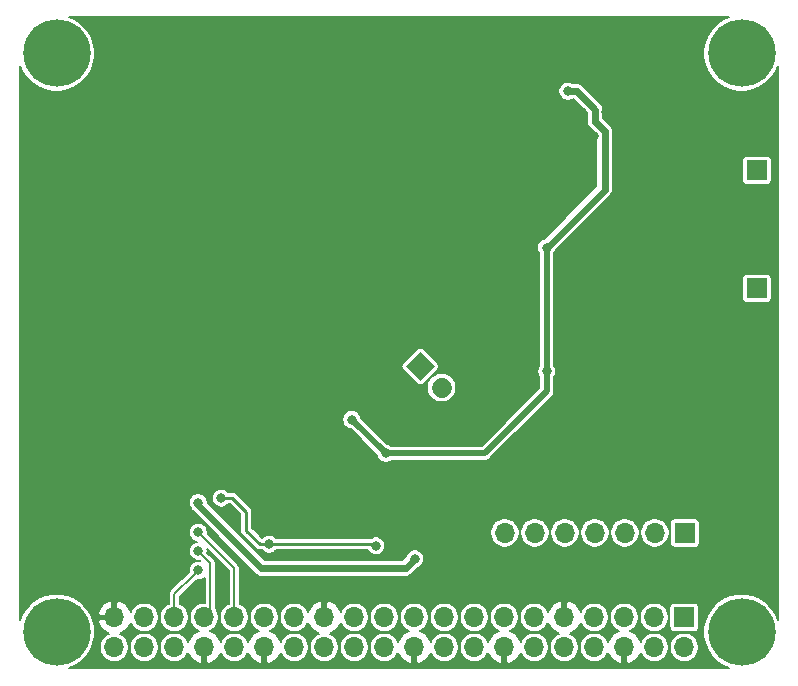
<source format=gbr>
G04 #@! TF.GenerationSoftware,KiCad,Pcbnew,(5.1.5-0-10_14)*
G04 #@! TF.CreationDate,2020-04-05T15:29:42+02:00*
G04 #@! TF.ProjectId,Oasis_ADC,4f617369-735f-4414-9443-2e6b69636164,rev?*
G04 #@! TF.SameCoordinates,Original*
G04 #@! TF.FileFunction,Copper,L2,Bot*
G04 #@! TF.FilePolarity,Positive*
%FSLAX46Y46*%
G04 Gerber Fmt 4.6, Leading zero omitted, Abs format (unit mm)*
G04 Created by KiCad (PCBNEW (5.1.5-0-10_14)) date 2020-04-05 15:29:42*
%MOMM*%
%LPD*%
G04 APERTURE LIST*
%ADD10C,5.700000*%
%ADD11R,1.700000X1.700000*%
%ADD12O,1.700000X1.700000*%
%ADD13C,0.100000*%
%ADD14C,1.700000*%
%ADD15C,0.800000*%
%ADD16C,0.500000*%
%ADD17C,0.250000*%
%ADD18C,0.600000*%
%ADD19C,0.150000*%
%ADD20C,0.200000*%
G04 APERTURE END LIST*
D10*
X3500000Y-52500000D03*
X3500000Y-3500000D03*
X61500000Y-52500000D03*
X61500000Y-3500000D03*
D11*
X56650000Y-51250000D03*
D12*
X56650000Y-53790000D03*
X54110000Y-51250000D03*
X54110000Y-53790000D03*
X51570000Y-51250000D03*
X51570000Y-53790000D03*
X49030000Y-51250000D03*
X49030000Y-53790000D03*
X46490000Y-51250000D03*
X46490000Y-53790000D03*
X43950000Y-51250000D03*
X43950000Y-53790000D03*
X41410000Y-51250000D03*
X41410000Y-53790000D03*
X38870000Y-51250000D03*
X38870000Y-53790000D03*
X36330000Y-51250000D03*
X36330000Y-53790000D03*
X33790000Y-51250000D03*
X33790000Y-53790000D03*
X31250000Y-51250000D03*
X31250000Y-53790000D03*
X28710000Y-51250000D03*
X28710000Y-53790000D03*
X26170000Y-51250000D03*
X26170000Y-53790000D03*
X23630000Y-51250000D03*
X23630000Y-53790000D03*
X21090000Y-51250000D03*
X21090000Y-53790000D03*
X18550000Y-51250000D03*
X18550000Y-53790000D03*
X16010000Y-51250000D03*
X16010000Y-53790000D03*
X13470000Y-51250000D03*
X13470000Y-53790000D03*
X10930000Y-51250000D03*
X10930000Y-53790000D03*
X8390000Y-51250000D03*
X8390000Y-53790000D03*
D11*
X56700000Y-44100000D03*
D12*
X54160000Y-44100000D03*
X51620000Y-44100000D03*
X49080000Y-44100000D03*
X46540000Y-44100000D03*
X44000000Y-44100000D03*
X41460000Y-44100000D03*
D11*
X62800000Y-13400000D03*
G04 #@! TA.AperFunction,ComponentPad*
D13*
G36*
X34303949Y-31206031D02*
G01*
X33101867Y-30003949D01*
X34303949Y-28801867D01*
X35506031Y-30003949D01*
X34303949Y-31206031D01*
G37*
G04 #@! TD.AperFunction*
D14*
X36100000Y-31800000D02*
X36100000Y-31800000D01*
D11*
X62800000Y-23400000D03*
D15*
X31370000Y-37350000D03*
X45000000Y-30420000D03*
X44990000Y-19950000D03*
X46800000Y-6700000D03*
X28500006Y-34500000D03*
X50100000Y-30000000D03*
X4075000Y-29975000D03*
X4075000Y-31325000D03*
X4075000Y-32875000D03*
X6000000Y-49000000D03*
X8000000Y-49000000D03*
X10000000Y-49000000D03*
X1500000Y-36500000D03*
X1500000Y-35000000D03*
X1500000Y-33500000D03*
X1500000Y-32000000D03*
X1500000Y-30500000D03*
X1500000Y-29000000D03*
X1500000Y-27500000D03*
X2500000Y-26500000D03*
X4000000Y-26500000D03*
X2500000Y-23000000D03*
X4000000Y-23000000D03*
X5500000Y-23000000D03*
X7000000Y-23000000D03*
X8500000Y-23000000D03*
X10000000Y-23000000D03*
X11500000Y-23000000D03*
X13000000Y-23000000D03*
X16000000Y-24500000D03*
X1500000Y-49000000D03*
X3500000Y-47000000D03*
X2000000Y-47000000D03*
X2000000Y-40500000D03*
X3500000Y-40500000D03*
X63000000Y-32000000D03*
X63000000Y-30500000D03*
X63000000Y-29000000D03*
X63000000Y-27500000D03*
X63000000Y-26000000D03*
X63000000Y-19500000D03*
X62000000Y-18500000D03*
X63000000Y-17500000D03*
X61000000Y-19500000D03*
X60000000Y-20500000D03*
X58500000Y-20500000D03*
X57000000Y-20500000D03*
X55500000Y-20500000D03*
X54500000Y-21500000D03*
X53000000Y-21500000D03*
X51500000Y-21500000D03*
X50000000Y-21500000D03*
X48500000Y-21500000D03*
X47000000Y-21500000D03*
X41500000Y-20000000D03*
X43000000Y-20000000D03*
X31500000Y-23000000D03*
X32500000Y-24000000D03*
X33500000Y-25000000D03*
X34500000Y-26000000D03*
X35500000Y-27000000D03*
X36500000Y-28000000D03*
X37500000Y-29000000D03*
X38500000Y-30000000D03*
X39500000Y-31000000D03*
X39500000Y-34000000D03*
X41500000Y-34000000D03*
X45000000Y-34000000D03*
X46500000Y-34000000D03*
X48000000Y-34000000D03*
X49500000Y-34000000D03*
X51000000Y-34000000D03*
X52500000Y-34000000D03*
X54000000Y-34000000D03*
X55500000Y-34000000D03*
X57000000Y-34000000D03*
X58500000Y-34000000D03*
X60000000Y-34000000D03*
X61500000Y-34000000D03*
X63000000Y-34000000D03*
X30500000Y-24000000D03*
X29000000Y-26500000D03*
X29000000Y-29000000D03*
X29000000Y-30500000D03*
X23000000Y-30500000D03*
X23000000Y-29000000D03*
X23000000Y-27500000D03*
X23000000Y-24500000D03*
X24000000Y-23500000D03*
X25000000Y-22500000D03*
X26000000Y-21500000D03*
X27000000Y-20500000D03*
X28000000Y-19500000D03*
X29000000Y-18500000D03*
X30000000Y-17500000D03*
X33000000Y-17500000D03*
X35000000Y-17500000D03*
X33000000Y-22500000D03*
X34500000Y-22500000D03*
X34000000Y-17500000D03*
X34000000Y-16000000D03*
X34000000Y-14500000D03*
X34000000Y-12500000D03*
X34000000Y-10500000D03*
X34000000Y-8500000D03*
X36000000Y-8500000D03*
X38000000Y-8500000D03*
X40000000Y-8500000D03*
X42000000Y-8500000D03*
X44000000Y-8500000D03*
X46000000Y-8500000D03*
X48000000Y-8500000D03*
X50000000Y-8500000D03*
X52000000Y-8500000D03*
X54000000Y-8500000D03*
X56000000Y-8500000D03*
X58000000Y-8500000D03*
X60000000Y-8500000D03*
X62000000Y-8500000D03*
X63500000Y-8500000D03*
X59000000Y-10500000D03*
X57000000Y-10500000D03*
X55000000Y-10500000D03*
X45000000Y-17000000D03*
X8900000Y-5000000D03*
X10900000Y-5000000D03*
X12900000Y-5000000D03*
X14900000Y-5000000D03*
X16900000Y-5000000D03*
X18900000Y-5000000D03*
X20900000Y-5000000D03*
X22900000Y-5000000D03*
X24900000Y-5000000D03*
X9900000Y-6500000D03*
X11900000Y-6500000D03*
X13900000Y-6500000D03*
X15900000Y-6500000D03*
X17900000Y-6500000D03*
X19900000Y-6500000D03*
X21900000Y-6500000D03*
X23900000Y-6500000D03*
X25900000Y-6500000D03*
X27900000Y-6500000D03*
X26900000Y-5000000D03*
X23000000Y-26000000D03*
X63000000Y-35500000D03*
X63000000Y-37000000D03*
X63000000Y-38500000D03*
X63000000Y-40000000D03*
X59500000Y-46500000D03*
X61000000Y-46500000D03*
X62500000Y-46500000D03*
X28900000Y-5000000D03*
X47000000Y-10500000D03*
X49000000Y-10500000D03*
X51000000Y-10500000D03*
X53000000Y-10500000D03*
X48000000Y-20000000D03*
X49500000Y-20000000D03*
X51000000Y-20000000D03*
X52500000Y-20000000D03*
X54000000Y-20000000D03*
X61000000Y-10500000D03*
X57000000Y-24000000D03*
X58500000Y-24000000D03*
X60500000Y-25000000D03*
X13500000Y-29500000D03*
X13500000Y-31000000D03*
X13500000Y-32500000D03*
X13500000Y-34000000D03*
X13500000Y-35500000D03*
X13500000Y-28000000D03*
X24000000Y-39500000D03*
X25000000Y-40500000D03*
X26000000Y-41500000D03*
X27000000Y-42500000D03*
X28000000Y-43500000D03*
X25000000Y-42500000D03*
X24000000Y-43500000D03*
X27000000Y-40500000D03*
X28000000Y-39500000D03*
X17500000Y-24500000D03*
X19000000Y-24500000D03*
X21000000Y-24500000D03*
X36000000Y-10500000D03*
X38000000Y-10500000D03*
X26000000Y-39500000D03*
X26000000Y-43500000D03*
X17000000Y-32000000D03*
X17000000Y-30500000D03*
X17000000Y-29000000D03*
X17000000Y-27500000D03*
X18500000Y-27500000D03*
X20000000Y-27500000D03*
X21500000Y-27500000D03*
X21500000Y-29000000D03*
X29000000Y-16500000D03*
X28000000Y-17500000D03*
X27000000Y-18500000D03*
X26000000Y-19500000D03*
X25000000Y-20500000D03*
X24000000Y-21500000D03*
X23000000Y-22500000D03*
X17500000Y-23000000D03*
X19000000Y-23000000D03*
X21000000Y-23000000D03*
X60500000Y-27500000D03*
X39500000Y-27000000D03*
X36000000Y-12500000D03*
X38000000Y-12500000D03*
X38500000Y-28000000D03*
X37500000Y-27000000D03*
X38500000Y-26000000D03*
X60500000Y-29000000D03*
X60500000Y-30500000D03*
X60500000Y-32000000D03*
X6700000Y-33900000D03*
X33850000Y-46300000D03*
X15500000Y-41550000D03*
X17450000Y-41150000D03*
X21500000Y-45050000D03*
X30550000Y-45200000D03*
X15510004Y-44060000D03*
X15490000Y-45640002D03*
X15499998Y-47280000D03*
D16*
X31370000Y-37350000D02*
X39760000Y-37350000D01*
X45000000Y-32110000D02*
X45000000Y-30420000D01*
X39760000Y-37350000D02*
X45000000Y-32110000D01*
D17*
X45000000Y-19960000D02*
X44990000Y-19950000D01*
D16*
X45000000Y-30420000D02*
X45000000Y-19960000D01*
D18*
X49099999Y-8267997D02*
X49099999Y-9267997D01*
X49099999Y-9267997D02*
X49900000Y-10067998D01*
X47532002Y-6700000D02*
X49099999Y-8267997D01*
X46800000Y-6700000D02*
X47532002Y-6700000D01*
X49900000Y-15040000D02*
X44990000Y-19950000D01*
X49900000Y-10067998D02*
X49900000Y-15040000D01*
D17*
X28520000Y-34500000D02*
X28500006Y-34500000D01*
D16*
X31370000Y-37350000D02*
X28520000Y-34500000D01*
D18*
X15500000Y-41750000D02*
X15500000Y-41550000D01*
X20850000Y-47100000D02*
X15500000Y-41750000D01*
X33050000Y-47100000D02*
X20850000Y-47100000D01*
X33850000Y-46300000D02*
X33050000Y-47100000D01*
D17*
X17450000Y-41150000D02*
X18400000Y-41150000D01*
X18400000Y-41150000D02*
X19550000Y-42300000D01*
X19550000Y-42300000D02*
X19550000Y-43900000D01*
X20700000Y-45050000D02*
X21500000Y-45050000D01*
X19550000Y-43900000D02*
X20700000Y-45050000D01*
X30400000Y-45050000D02*
X30550000Y-45200000D01*
X21500000Y-45050000D02*
X30400000Y-45050000D01*
D19*
X18550000Y-51250000D02*
X18550000Y-47099996D01*
X15910003Y-44459999D02*
X15510004Y-44060000D01*
X18550000Y-47099996D02*
X15910003Y-44459999D01*
X15889999Y-46040001D02*
X15490000Y-45640002D01*
X16510000Y-46660002D02*
X15889999Y-46040001D01*
X16510000Y-50750000D02*
X16510000Y-46660002D01*
X16200000Y-51060000D02*
X16510000Y-50750000D01*
X13470000Y-51250000D02*
X13470000Y-49309998D01*
X13470000Y-49309998D02*
X15099999Y-47679999D01*
X15099999Y-47679999D02*
X15499998Y-47280000D01*
D20*
G36*
X59960548Y-619888D02*
G01*
X59428246Y-975560D01*
X58975560Y-1428246D01*
X58619888Y-1960548D01*
X58374896Y-2552010D01*
X58250000Y-3179903D01*
X58250000Y-3820097D01*
X58374896Y-4447990D01*
X58619888Y-5039452D01*
X58975560Y-5571754D01*
X59428246Y-6024440D01*
X59960548Y-6380112D01*
X60552010Y-6625104D01*
X61179903Y-6750000D01*
X61820097Y-6750000D01*
X62447990Y-6625104D01*
X63039452Y-6380112D01*
X63571754Y-6024440D01*
X64024440Y-5571754D01*
X64380112Y-5039452D01*
X64575001Y-4568949D01*
X64575000Y-51431048D01*
X64380112Y-50960548D01*
X64024440Y-50428246D01*
X63571754Y-49975560D01*
X63039452Y-49619888D01*
X62447990Y-49374896D01*
X61820097Y-49250000D01*
X61179903Y-49250000D01*
X60552010Y-49374896D01*
X59960548Y-49619888D01*
X59428246Y-49975560D01*
X58975560Y-50428246D01*
X58619888Y-50960548D01*
X58374896Y-51552010D01*
X58250000Y-52179903D01*
X58250000Y-52820097D01*
X58374896Y-53447990D01*
X58619888Y-54039452D01*
X58975560Y-54571754D01*
X59428246Y-55024440D01*
X59960548Y-55380112D01*
X60431048Y-55575000D01*
X4568952Y-55575000D01*
X5039452Y-55380112D01*
X5571754Y-55024440D01*
X6024440Y-54571754D01*
X6380112Y-54039452D01*
X6625104Y-53447990D01*
X6750000Y-52820097D01*
X6750000Y-52179903D01*
X6640401Y-51628911D01*
X6982091Y-51628911D01*
X7083065Y-51896300D01*
X7234264Y-52138852D01*
X7429878Y-52347246D01*
X7662389Y-52513473D01*
X7922121Y-52630812D01*
X7797903Y-52682265D01*
X7593172Y-52819062D01*
X7419062Y-52993172D01*
X7282265Y-53197903D01*
X7188037Y-53425389D01*
X7140000Y-53666886D01*
X7140000Y-53913114D01*
X7188037Y-54154611D01*
X7282265Y-54382097D01*
X7419062Y-54586828D01*
X7593172Y-54760938D01*
X7797903Y-54897735D01*
X8025389Y-54991963D01*
X8266886Y-55040000D01*
X8513114Y-55040000D01*
X8754611Y-54991963D01*
X8982097Y-54897735D01*
X9186828Y-54760938D01*
X9360938Y-54586828D01*
X9497735Y-54382097D01*
X9591963Y-54154611D01*
X9640000Y-53913114D01*
X9640000Y-53666886D01*
X9680000Y-53666886D01*
X9680000Y-53913114D01*
X9728037Y-54154611D01*
X9822265Y-54382097D01*
X9959062Y-54586828D01*
X10133172Y-54760938D01*
X10337903Y-54897735D01*
X10565389Y-54991963D01*
X10806886Y-55040000D01*
X11053114Y-55040000D01*
X11294611Y-54991963D01*
X11522097Y-54897735D01*
X11726828Y-54760938D01*
X11900938Y-54586828D01*
X12037735Y-54382097D01*
X12131963Y-54154611D01*
X12180000Y-53913114D01*
X12180000Y-53666886D01*
X12131963Y-53425389D01*
X12037735Y-53197903D01*
X11900938Y-52993172D01*
X11726828Y-52819062D01*
X11522097Y-52682265D01*
X11294611Y-52588037D01*
X11053114Y-52540000D01*
X10806886Y-52540000D01*
X10565389Y-52588037D01*
X10337903Y-52682265D01*
X10133172Y-52819062D01*
X9959062Y-52993172D01*
X9822265Y-53197903D01*
X9728037Y-53425389D01*
X9680000Y-53666886D01*
X9640000Y-53666886D01*
X9591963Y-53425389D01*
X9497735Y-53197903D01*
X9360938Y-52993172D01*
X9186828Y-52819062D01*
X8982097Y-52682265D01*
X8857879Y-52630812D01*
X9117611Y-52513473D01*
X9350122Y-52347246D01*
X9545736Y-52138852D01*
X9696935Y-51896300D01*
X9767412Y-51709670D01*
X9822265Y-51842097D01*
X9959062Y-52046828D01*
X10133172Y-52220938D01*
X10337903Y-52357735D01*
X10565389Y-52451963D01*
X10806886Y-52500000D01*
X11053114Y-52500000D01*
X11294611Y-52451963D01*
X11522097Y-52357735D01*
X11726828Y-52220938D01*
X11900938Y-52046828D01*
X12037735Y-51842097D01*
X12131963Y-51614611D01*
X12180000Y-51373114D01*
X12180000Y-51126886D01*
X12220000Y-51126886D01*
X12220000Y-51373114D01*
X12268037Y-51614611D01*
X12362265Y-51842097D01*
X12499062Y-52046828D01*
X12673172Y-52220938D01*
X12877903Y-52357735D01*
X13105389Y-52451963D01*
X13346886Y-52500000D01*
X13593114Y-52500000D01*
X13834611Y-52451963D01*
X14062097Y-52357735D01*
X14266828Y-52220938D01*
X14440938Y-52046828D01*
X14577735Y-51842097D01*
X14671963Y-51614611D01*
X14720000Y-51373114D01*
X14720000Y-51126886D01*
X14671963Y-50885389D01*
X14577735Y-50657903D01*
X14440938Y-50453172D01*
X14266828Y-50279062D01*
X14062097Y-50142265D01*
X13945000Y-50093762D01*
X13945000Y-49506748D01*
X15379955Y-48071795D01*
X15421205Y-48080000D01*
X15578791Y-48080000D01*
X15733349Y-48049257D01*
X15878940Y-47988951D01*
X16009968Y-47901401D01*
X16035001Y-47876368D01*
X16035000Y-50000000D01*
X15886886Y-50000000D01*
X15645389Y-50048037D01*
X15417903Y-50142265D01*
X15213172Y-50279062D01*
X15039062Y-50453172D01*
X14902265Y-50657903D01*
X14808037Y-50885389D01*
X14760000Y-51126886D01*
X14760000Y-51373114D01*
X14808037Y-51614611D01*
X14902265Y-51842097D01*
X15039062Y-52046828D01*
X15213172Y-52220938D01*
X15417903Y-52357735D01*
X15542121Y-52409188D01*
X15282389Y-52526527D01*
X15049878Y-52692754D01*
X14854264Y-52901148D01*
X14703065Y-53143700D01*
X14632588Y-53330330D01*
X14577735Y-53197903D01*
X14440938Y-52993172D01*
X14266828Y-52819062D01*
X14062097Y-52682265D01*
X13834611Y-52588037D01*
X13593114Y-52540000D01*
X13346886Y-52540000D01*
X13105389Y-52588037D01*
X12877903Y-52682265D01*
X12673172Y-52819062D01*
X12499062Y-52993172D01*
X12362265Y-53197903D01*
X12268037Y-53425389D01*
X12220000Y-53666886D01*
X12220000Y-53913114D01*
X12268037Y-54154611D01*
X12362265Y-54382097D01*
X12499062Y-54586828D01*
X12673172Y-54760938D01*
X12877903Y-54897735D01*
X13105389Y-54991963D01*
X13346886Y-55040000D01*
X13593114Y-55040000D01*
X13834611Y-54991963D01*
X14062097Y-54897735D01*
X14266828Y-54760938D01*
X14440938Y-54586828D01*
X14577735Y-54382097D01*
X14632588Y-54249670D01*
X14703065Y-54436300D01*
X14854264Y-54678852D01*
X15049878Y-54887246D01*
X15282389Y-55053473D01*
X15542861Y-55171146D01*
X15631090Y-55197903D01*
X15856000Y-55086889D01*
X15856000Y-53944000D01*
X15836000Y-53944000D01*
X15836000Y-53636000D01*
X15856000Y-53636000D01*
X15856000Y-53616000D01*
X16164000Y-53616000D01*
X16164000Y-53636000D01*
X16184000Y-53636000D01*
X16184000Y-53944000D01*
X16164000Y-53944000D01*
X16164000Y-55086889D01*
X16388910Y-55197903D01*
X16477139Y-55171146D01*
X16737611Y-55053473D01*
X16970122Y-54887246D01*
X17165736Y-54678852D01*
X17316935Y-54436300D01*
X17387412Y-54249670D01*
X17442265Y-54382097D01*
X17579062Y-54586828D01*
X17753172Y-54760938D01*
X17957903Y-54897735D01*
X18185389Y-54991963D01*
X18426886Y-55040000D01*
X18673114Y-55040000D01*
X18914611Y-54991963D01*
X19142097Y-54897735D01*
X19346828Y-54760938D01*
X19520938Y-54586828D01*
X19657735Y-54382097D01*
X19712588Y-54249670D01*
X19783065Y-54436300D01*
X19934264Y-54678852D01*
X20129878Y-54887246D01*
X20362389Y-55053473D01*
X20622861Y-55171146D01*
X20711090Y-55197903D01*
X20936000Y-55086889D01*
X20936000Y-53944000D01*
X20916000Y-53944000D01*
X20916000Y-53636000D01*
X20936000Y-53636000D01*
X20936000Y-53616000D01*
X21244000Y-53616000D01*
X21244000Y-53636000D01*
X21264000Y-53636000D01*
X21264000Y-53944000D01*
X21244000Y-53944000D01*
X21244000Y-55086889D01*
X21468910Y-55197903D01*
X21557139Y-55171146D01*
X21817611Y-55053473D01*
X22050122Y-54887246D01*
X22245736Y-54678852D01*
X22396935Y-54436300D01*
X22467412Y-54249670D01*
X22522265Y-54382097D01*
X22659062Y-54586828D01*
X22833172Y-54760938D01*
X23037903Y-54897735D01*
X23265389Y-54991963D01*
X23506886Y-55040000D01*
X23753114Y-55040000D01*
X23994611Y-54991963D01*
X24222097Y-54897735D01*
X24426828Y-54760938D01*
X24600938Y-54586828D01*
X24737735Y-54382097D01*
X24831963Y-54154611D01*
X24880000Y-53913114D01*
X24880000Y-53666886D01*
X24831963Y-53425389D01*
X24737735Y-53197903D01*
X24600938Y-52993172D01*
X24426828Y-52819062D01*
X24222097Y-52682265D01*
X23994611Y-52588037D01*
X23753114Y-52540000D01*
X23506886Y-52540000D01*
X23265389Y-52588037D01*
X23037903Y-52682265D01*
X22833172Y-52819062D01*
X22659062Y-52993172D01*
X22522265Y-53197903D01*
X22467412Y-53330330D01*
X22396935Y-53143700D01*
X22245736Y-52901148D01*
X22050122Y-52692754D01*
X21817611Y-52526527D01*
X21557879Y-52409188D01*
X21682097Y-52357735D01*
X21886828Y-52220938D01*
X22060938Y-52046828D01*
X22197735Y-51842097D01*
X22291963Y-51614611D01*
X22340000Y-51373114D01*
X22340000Y-51126886D01*
X22380000Y-51126886D01*
X22380000Y-51373114D01*
X22428037Y-51614611D01*
X22522265Y-51842097D01*
X22659062Y-52046828D01*
X22833172Y-52220938D01*
X23037903Y-52357735D01*
X23265389Y-52451963D01*
X23506886Y-52500000D01*
X23753114Y-52500000D01*
X23994611Y-52451963D01*
X24222097Y-52357735D01*
X24426828Y-52220938D01*
X24600938Y-52046828D01*
X24737735Y-51842097D01*
X24792588Y-51709670D01*
X24863065Y-51896300D01*
X25014264Y-52138852D01*
X25209878Y-52347246D01*
X25442389Y-52513473D01*
X25702121Y-52630812D01*
X25577903Y-52682265D01*
X25373172Y-52819062D01*
X25199062Y-52993172D01*
X25062265Y-53197903D01*
X24968037Y-53425389D01*
X24920000Y-53666886D01*
X24920000Y-53913114D01*
X24968037Y-54154611D01*
X25062265Y-54382097D01*
X25199062Y-54586828D01*
X25373172Y-54760938D01*
X25577903Y-54897735D01*
X25805389Y-54991963D01*
X26046886Y-55040000D01*
X26293114Y-55040000D01*
X26534611Y-54991963D01*
X26762097Y-54897735D01*
X26966828Y-54760938D01*
X27140938Y-54586828D01*
X27277735Y-54382097D01*
X27371963Y-54154611D01*
X27420000Y-53913114D01*
X27420000Y-53666886D01*
X27460000Y-53666886D01*
X27460000Y-53913114D01*
X27508037Y-54154611D01*
X27602265Y-54382097D01*
X27739062Y-54586828D01*
X27913172Y-54760938D01*
X28117903Y-54897735D01*
X28345389Y-54991963D01*
X28586886Y-55040000D01*
X28833114Y-55040000D01*
X29074611Y-54991963D01*
X29302097Y-54897735D01*
X29506828Y-54760938D01*
X29680938Y-54586828D01*
X29817735Y-54382097D01*
X29911963Y-54154611D01*
X29960000Y-53913114D01*
X29960000Y-53666886D01*
X30000000Y-53666886D01*
X30000000Y-53913114D01*
X30048037Y-54154611D01*
X30142265Y-54382097D01*
X30279062Y-54586828D01*
X30453172Y-54760938D01*
X30657903Y-54897735D01*
X30885389Y-54991963D01*
X31126886Y-55040000D01*
X31373114Y-55040000D01*
X31614611Y-54991963D01*
X31842097Y-54897735D01*
X32046828Y-54760938D01*
X32220938Y-54586828D01*
X32357735Y-54382097D01*
X32412588Y-54249670D01*
X32483065Y-54436300D01*
X32634264Y-54678852D01*
X32829878Y-54887246D01*
X33062389Y-55053473D01*
X33322861Y-55171146D01*
X33411090Y-55197903D01*
X33636000Y-55086889D01*
X33636000Y-53944000D01*
X33616000Y-53944000D01*
X33616000Y-53636000D01*
X33636000Y-53636000D01*
X33636000Y-53616000D01*
X33944000Y-53616000D01*
X33944000Y-53636000D01*
X33964000Y-53636000D01*
X33964000Y-53944000D01*
X33944000Y-53944000D01*
X33944000Y-55086889D01*
X34168910Y-55197903D01*
X34257139Y-55171146D01*
X34517611Y-55053473D01*
X34750122Y-54887246D01*
X34945736Y-54678852D01*
X35096935Y-54436300D01*
X35167412Y-54249670D01*
X35222265Y-54382097D01*
X35359062Y-54586828D01*
X35533172Y-54760938D01*
X35737903Y-54897735D01*
X35965389Y-54991963D01*
X36206886Y-55040000D01*
X36453114Y-55040000D01*
X36694611Y-54991963D01*
X36922097Y-54897735D01*
X37126828Y-54760938D01*
X37300938Y-54586828D01*
X37437735Y-54382097D01*
X37531963Y-54154611D01*
X37580000Y-53913114D01*
X37580000Y-53666886D01*
X37620000Y-53666886D01*
X37620000Y-53913114D01*
X37668037Y-54154611D01*
X37762265Y-54382097D01*
X37899062Y-54586828D01*
X38073172Y-54760938D01*
X38277903Y-54897735D01*
X38505389Y-54991963D01*
X38746886Y-55040000D01*
X38993114Y-55040000D01*
X39234611Y-54991963D01*
X39462097Y-54897735D01*
X39666828Y-54760938D01*
X39840938Y-54586828D01*
X39977735Y-54382097D01*
X40032588Y-54249670D01*
X40103065Y-54436300D01*
X40254264Y-54678852D01*
X40449878Y-54887246D01*
X40682389Y-55053473D01*
X40942861Y-55171146D01*
X41031090Y-55197903D01*
X41256000Y-55086889D01*
X41256000Y-53944000D01*
X41236000Y-53944000D01*
X41236000Y-53636000D01*
X41256000Y-53636000D01*
X41256000Y-53616000D01*
X41564000Y-53616000D01*
X41564000Y-53636000D01*
X41584000Y-53636000D01*
X41584000Y-53944000D01*
X41564000Y-53944000D01*
X41564000Y-55086889D01*
X41788910Y-55197903D01*
X41877139Y-55171146D01*
X42137611Y-55053473D01*
X42370122Y-54887246D01*
X42565736Y-54678852D01*
X42716935Y-54436300D01*
X42787412Y-54249670D01*
X42842265Y-54382097D01*
X42979062Y-54586828D01*
X43153172Y-54760938D01*
X43357903Y-54897735D01*
X43585389Y-54991963D01*
X43826886Y-55040000D01*
X44073114Y-55040000D01*
X44314611Y-54991963D01*
X44542097Y-54897735D01*
X44746828Y-54760938D01*
X44920938Y-54586828D01*
X45057735Y-54382097D01*
X45151963Y-54154611D01*
X45200000Y-53913114D01*
X45200000Y-53666886D01*
X45151963Y-53425389D01*
X45057735Y-53197903D01*
X44920938Y-52993172D01*
X44746828Y-52819062D01*
X44542097Y-52682265D01*
X44314611Y-52588037D01*
X44073114Y-52540000D01*
X43826886Y-52540000D01*
X43585389Y-52588037D01*
X43357903Y-52682265D01*
X43153172Y-52819062D01*
X42979062Y-52993172D01*
X42842265Y-53197903D01*
X42787412Y-53330330D01*
X42716935Y-53143700D01*
X42565736Y-52901148D01*
X42370122Y-52692754D01*
X42137611Y-52526527D01*
X41877879Y-52409188D01*
X42002097Y-52357735D01*
X42206828Y-52220938D01*
X42380938Y-52046828D01*
X42517735Y-51842097D01*
X42611963Y-51614611D01*
X42660000Y-51373114D01*
X42660000Y-51126886D01*
X42700000Y-51126886D01*
X42700000Y-51373114D01*
X42748037Y-51614611D01*
X42842265Y-51842097D01*
X42979062Y-52046828D01*
X43153172Y-52220938D01*
X43357903Y-52357735D01*
X43585389Y-52451963D01*
X43826886Y-52500000D01*
X44073114Y-52500000D01*
X44314611Y-52451963D01*
X44542097Y-52357735D01*
X44746828Y-52220938D01*
X44920938Y-52046828D01*
X45057735Y-51842097D01*
X45112588Y-51709670D01*
X45183065Y-51896300D01*
X45334264Y-52138852D01*
X45529878Y-52347246D01*
X45762389Y-52513473D01*
X46022121Y-52630812D01*
X45897903Y-52682265D01*
X45693172Y-52819062D01*
X45519062Y-52993172D01*
X45382265Y-53197903D01*
X45288037Y-53425389D01*
X45240000Y-53666886D01*
X45240000Y-53913114D01*
X45288037Y-54154611D01*
X45382265Y-54382097D01*
X45519062Y-54586828D01*
X45693172Y-54760938D01*
X45897903Y-54897735D01*
X46125389Y-54991963D01*
X46366886Y-55040000D01*
X46613114Y-55040000D01*
X46854611Y-54991963D01*
X47082097Y-54897735D01*
X47286828Y-54760938D01*
X47460938Y-54586828D01*
X47597735Y-54382097D01*
X47691963Y-54154611D01*
X47740000Y-53913114D01*
X47740000Y-53666886D01*
X47780000Y-53666886D01*
X47780000Y-53913114D01*
X47828037Y-54154611D01*
X47922265Y-54382097D01*
X48059062Y-54586828D01*
X48233172Y-54760938D01*
X48437903Y-54897735D01*
X48665389Y-54991963D01*
X48906886Y-55040000D01*
X49153114Y-55040000D01*
X49394611Y-54991963D01*
X49622097Y-54897735D01*
X49826828Y-54760938D01*
X50000938Y-54586828D01*
X50137735Y-54382097D01*
X50192588Y-54249670D01*
X50263065Y-54436300D01*
X50414264Y-54678852D01*
X50609878Y-54887246D01*
X50842389Y-55053473D01*
X51102861Y-55171146D01*
X51191090Y-55197903D01*
X51416000Y-55086889D01*
X51416000Y-53944000D01*
X51396000Y-53944000D01*
X51396000Y-53636000D01*
X51416000Y-53636000D01*
X51416000Y-53616000D01*
X51724000Y-53616000D01*
X51724000Y-53636000D01*
X51744000Y-53636000D01*
X51744000Y-53944000D01*
X51724000Y-53944000D01*
X51724000Y-55086889D01*
X51948910Y-55197903D01*
X52037139Y-55171146D01*
X52297611Y-55053473D01*
X52530122Y-54887246D01*
X52725736Y-54678852D01*
X52876935Y-54436300D01*
X52947412Y-54249670D01*
X53002265Y-54382097D01*
X53139062Y-54586828D01*
X53313172Y-54760938D01*
X53517903Y-54897735D01*
X53745389Y-54991963D01*
X53986886Y-55040000D01*
X54233114Y-55040000D01*
X54474611Y-54991963D01*
X54702097Y-54897735D01*
X54906828Y-54760938D01*
X55080938Y-54586828D01*
X55217735Y-54382097D01*
X55311963Y-54154611D01*
X55360000Y-53913114D01*
X55360000Y-53666886D01*
X55400000Y-53666886D01*
X55400000Y-53913114D01*
X55448037Y-54154611D01*
X55542265Y-54382097D01*
X55679062Y-54586828D01*
X55853172Y-54760938D01*
X56057903Y-54897735D01*
X56285389Y-54991963D01*
X56526886Y-55040000D01*
X56773114Y-55040000D01*
X57014611Y-54991963D01*
X57242097Y-54897735D01*
X57446828Y-54760938D01*
X57620938Y-54586828D01*
X57757735Y-54382097D01*
X57851963Y-54154611D01*
X57900000Y-53913114D01*
X57900000Y-53666886D01*
X57851963Y-53425389D01*
X57757735Y-53197903D01*
X57620938Y-52993172D01*
X57446828Y-52819062D01*
X57242097Y-52682265D01*
X57014611Y-52588037D01*
X56773114Y-52540000D01*
X56526886Y-52540000D01*
X56285389Y-52588037D01*
X56057903Y-52682265D01*
X55853172Y-52819062D01*
X55679062Y-52993172D01*
X55542265Y-53197903D01*
X55448037Y-53425389D01*
X55400000Y-53666886D01*
X55360000Y-53666886D01*
X55311963Y-53425389D01*
X55217735Y-53197903D01*
X55080938Y-52993172D01*
X54906828Y-52819062D01*
X54702097Y-52682265D01*
X54474611Y-52588037D01*
X54233114Y-52540000D01*
X53986886Y-52540000D01*
X53745389Y-52588037D01*
X53517903Y-52682265D01*
X53313172Y-52819062D01*
X53139062Y-52993172D01*
X53002265Y-53197903D01*
X52947412Y-53330330D01*
X52876935Y-53143700D01*
X52725736Y-52901148D01*
X52530122Y-52692754D01*
X52297611Y-52526527D01*
X52037879Y-52409188D01*
X52162097Y-52357735D01*
X52366828Y-52220938D01*
X52540938Y-52046828D01*
X52677735Y-51842097D01*
X52771963Y-51614611D01*
X52820000Y-51373114D01*
X52820000Y-51126886D01*
X52860000Y-51126886D01*
X52860000Y-51373114D01*
X52908037Y-51614611D01*
X53002265Y-51842097D01*
X53139062Y-52046828D01*
X53313172Y-52220938D01*
X53517903Y-52357735D01*
X53745389Y-52451963D01*
X53986886Y-52500000D01*
X54233114Y-52500000D01*
X54474611Y-52451963D01*
X54702097Y-52357735D01*
X54906828Y-52220938D01*
X55080938Y-52046828D01*
X55217735Y-51842097D01*
X55311963Y-51614611D01*
X55360000Y-51373114D01*
X55360000Y-51126886D01*
X55311963Y-50885389D01*
X55217735Y-50657903D01*
X55080938Y-50453172D01*
X55027766Y-50400000D01*
X55398065Y-50400000D01*
X55398065Y-52100000D01*
X55405788Y-52178414D01*
X55428660Y-52253814D01*
X55465803Y-52323303D01*
X55515789Y-52384211D01*
X55576697Y-52434197D01*
X55646186Y-52471340D01*
X55721586Y-52494212D01*
X55800000Y-52501935D01*
X57500000Y-52501935D01*
X57578414Y-52494212D01*
X57653814Y-52471340D01*
X57723303Y-52434197D01*
X57784211Y-52384211D01*
X57834197Y-52323303D01*
X57871340Y-52253814D01*
X57894212Y-52178414D01*
X57901935Y-52100000D01*
X57901935Y-50400000D01*
X57894212Y-50321586D01*
X57871340Y-50246186D01*
X57834197Y-50176697D01*
X57784211Y-50115789D01*
X57723303Y-50065803D01*
X57653814Y-50028660D01*
X57578414Y-50005788D01*
X57500000Y-49998065D01*
X55800000Y-49998065D01*
X55721586Y-50005788D01*
X55646186Y-50028660D01*
X55576697Y-50065803D01*
X55515789Y-50115789D01*
X55465803Y-50176697D01*
X55428660Y-50246186D01*
X55405788Y-50321586D01*
X55398065Y-50400000D01*
X55027766Y-50400000D01*
X54906828Y-50279062D01*
X54702097Y-50142265D01*
X54474611Y-50048037D01*
X54233114Y-50000000D01*
X53986886Y-50000000D01*
X53745389Y-50048037D01*
X53517903Y-50142265D01*
X53313172Y-50279062D01*
X53139062Y-50453172D01*
X53002265Y-50657903D01*
X52908037Y-50885389D01*
X52860000Y-51126886D01*
X52820000Y-51126886D01*
X52771963Y-50885389D01*
X52677735Y-50657903D01*
X52540938Y-50453172D01*
X52366828Y-50279062D01*
X52162097Y-50142265D01*
X51934611Y-50048037D01*
X51693114Y-50000000D01*
X51446886Y-50000000D01*
X51205389Y-50048037D01*
X50977903Y-50142265D01*
X50773172Y-50279062D01*
X50599062Y-50453172D01*
X50462265Y-50657903D01*
X50368037Y-50885389D01*
X50320000Y-51126886D01*
X50320000Y-51373114D01*
X50368037Y-51614611D01*
X50462265Y-51842097D01*
X50599062Y-52046828D01*
X50773172Y-52220938D01*
X50977903Y-52357735D01*
X51102121Y-52409188D01*
X50842389Y-52526527D01*
X50609878Y-52692754D01*
X50414264Y-52901148D01*
X50263065Y-53143700D01*
X50192588Y-53330330D01*
X50137735Y-53197903D01*
X50000938Y-52993172D01*
X49826828Y-52819062D01*
X49622097Y-52682265D01*
X49394611Y-52588037D01*
X49153114Y-52540000D01*
X48906886Y-52540000D01*
X48665389Y-52588037D01*
X48437903Y-52682265D01*
X48233172Y-52819062D01*
X48059062Y-52993172D01*
X47922265Y-53197903D01*
X47828037Y-53425389D01*
X47780000Y-53666886D01*
X47740000Y-53666886D01*
X47691963Y-53425389D01*
X47597735Y-53197903D01*
X47460938Y-52993172D01*
X47286828Y-52819062D01*
X47082097Y-52682265D01*
X46957879Y-52630812D01*
X47217611Y-52513473D01*
X47450122Y-52347246D01*
X47645736Y-52138852D01*
X47796935Y-51896300D01*
X47867412Y-51709670D01*
X47922265Y-51842097D01*
X48059062Y-52046828D01*
X48233172Y-52220938D01*
X48437903Y-52357735D01*
X48665389Y-52451963D01*
X48906886Y-52500000D01*
X49153114Y-52500000D01*
X49394611Y-52451963D01*
X49622097Y-52357735D01*
X49826828Y-52220938D01*
X50000938Y-52046828D01*
X50137735Y-51842097D01*
X50231963Y-51614611D01*
X50280000Y-51373114D01*
X50280000Y-51126886D01*
X50231963Y-50885389D01*
X50137735Y-50657903D01*
X50000938Y-50453172D01*
X49826828Y-50279062D01*
X49622097Y-50142265D01*
X49394611Y-50048037D01*
X49153114Y-50000000D01*
X48906886Y-50000000D01*
X48665389Y-50048037D01*
X48437903Y-50142265D01*
X48233172Y-50279062D01*
X48059062Y-50453172D01*
X47922265Y-50657903D01*
X47867412Y-50790330D01*
X47796935Y-50603700D01*
X47645736Y-50361148D01*
X47450122Y-50152754D01*
X47217611Y-49986527D01*
X46957139Y-49868854D01*
X46868910Y-49842097D01*
X46644000Y-49953111D01*
X46644000Y-51096000D01*
X46664000Y-51096000D01*
X46664000Y-51404000D01*
X46644000Y-51404000D01*
X46644000Y-51424000D01*
X46336000Y-51424000D01*
X46336000Y-51404000D01*
X46316000Y-51404000D01*
X46316000Y-51096000D01*
X46336000Y-51096000D01*
X46336000Y-49953111D01*
X46111090Y-49842097D01*
X46022861Y-49868854D01*
X45762389Y-49986527D01*
X45529878Y-50152754D01*
X45334264Y-50361148D01*
X45183065Y-50603700D01*
X45112588Y-50790330D01*
X45057735Y-50657903D01*
X44920938Y-50453172D01*
X44746828Y-50279062D01*
X44542097Y-50142265D01*
X44314611Y-50048037D01*
X44073114Y-50000000D01*
X43826886Y-50000000D01*
X43585389Y-50048037D01*
X43357903Y-50142265D01*
X43153172Y-50279062D01*
X42979062Y-50453172D01*
X42842265Y-50657903D01*
X42748037Y-50885389D01*
X42700000Y-51126886D01*
X42660000Y-51126886D01*
X42611963Y-50885389D01*
X42517735Y-50657903D01*
X42380938Y-50453172D01*
X42206828Y-50279062D01*
X42002097Y-50142265D01*
X41774611Y-50048037D01*
X41533114Y-50000000D01*
X41286886Y-50000000D01*
X41045389Y-50048037D01*
X40817903Y-50142265D01*
X40613172Y-50279062D01*
X40439062Y-50453172D01*
X40302265Y-50657903D01*
X40208037Y-50885389D01*
X40160000Y-51126886D01*
X40160000Y-51373114D01*
X40208037Y-51614611D01*
X40302265Y-51842097D01*
X40439062Y-52046828D01*
X40613172Y-52220938D01*
X40817903Y-52357735D01*
X40942121Y-52409188D01*
X40682389Y-52526527D01*
X40449878Y-52692754D01*
X40254264Y-52901148D01*
X40103065Y-53143700D01*
X40032588Y-53330330D01*
X39977735Y-53197903D01*
X39840938Y-52993172D01*
X39666828Y-52819062D01*
X39462097Y-52682265D01*
X39234611Y-52588037D01*
X38993114Y-52540000D01*
X38746886Y-52540000D01*
X38505389Y-52588037D01*
X38277903Y-52682265D01*
X38073172Y-52819062D01*
X37899062Y-52993172D01*
X37762265Y-53197903D01*
X37668037Y-53425389D01*
X37620000Y-53666886D01*
X37580000Y-53666886D01*
X37531963Y-53425389D01*
X37437735Y-53197903D01*
X37300938Y-52993172D01*
X37126828Y-52819062D01*
X36922097Y-52682265D01*
X36694611Y-52588037D01*
X36453114Y-52540000D01*
X36206886Y-52540000D01*
X35965389Y-52588037D01*
X35737903Y-52682265D01*
X35533172Y-52819062D01*
X35359062Y-52993172D01*
X35222265Y-53197903D01*
X35167412Y-53330330D01*
X35096935Y-53143700D01*
X34945736Y-52901148D01*
X34750122Y-52692754D01*
X34517611Y-52526527D01*
X34257879Y-52409188D01*
X34382097Y-52357735D01*
X34586828Y-52220938D01*
X34760938Y-52046828D01*
X34897735Y-51842097D01*
X34991963Y-51614611D01*
X35040000Y-51373114D01*
X35040000Y-51126886D01*
X35080000Y-51126886D01*
X35080000Y-51373114D01*
X35128037Y-51614611D01*
X35222265Y-51842097D01*
X35359062Y-52046828D01*
X35533172Y-52220938D01*
X35737903Y-52357735D01*
X35965389Y-52451963D01*
X36206886Y-52500000D01*
X36453114Y-52500000D01*
X36694611Y-52451963D01*
X36922097Y-52357735D01*
X37126828Y-52220938D01*
X37300938Y-52046828D01*
X37437735Y-51842097D01*
X37531963Y-51614611D01*
X37580000Y-51373114D01*
X37580000Y-51126886D01*
X37620000Y-51126886D01*
X37620000Y-51373114D01*
X37668037Y-51614611D01*
X37762265Y-51842097D01*
X37899062Y-52046828D01*
X38073172Y-52220938D01*
X38277903Y-52357735D01*
X38505389Y-52451963D01*
X38746886Y-52500000D01*
X38993114Y-52500000D01*
X39234611Y-52451963D01*
X39462097Y-52357735D01*
X39666828Y-52220938D01*
X39840938Y-52046828D01*
X39977735Y-51842097D01*
X40071963Y-51614611D01*
X40120000Y-51373114D01*
X40120000Y-51126886D01*
X40071963Y-50885389D01*
X39977735Y-50657903D01*
X39840938Y-50453172D01*
X39666828Y-50279062D01*
X39462097Y-50142265D01*
X39234611Y-50048037D01*
X38993114Y-50000000D01*
X38746886Y-50000000D01*
X38505389Y-50048037D01*
X38277903Y-50142265D01*
X38073172Y-50279062D01*
X37899062Y-50453172D01*
X37762265Y-50657903D01*
X37668037Y-50885389D01*
X37620000Y-51126886D01*
X37580000Y-51126886D01*
X37531963Y-50885389D01*
X37437735Y-50657903D01*
X37300938Y-50453172D01*
X37126828Y-50279062D01*
X36922097Y-50142265D01*
X36694611Y-50048037D01*
X36453114Y-50000000D01*
X36206886Y-50000000D01*
X35965389Y-50048037D01*
X35737903Y-50142265D01*
X35533172Y-50279062D01*
X35359062Y-50453172D01*
X35222265Y-50657903D01*
X35128037Y-50885389D01*
X35080000Y-51126886D01*
X35040000Y-51126886D01*
X34991963Y-50885389D01*
X34897735Y-50657903D01*
X34760938Y-50453172D01*
X34586828Y-50279062D01*
X34382097Y-50142265D01*
X34154611Y-50048037D01*
X33913114Y-50000000D01*
X33666886Y-50000000D01*
X33425389Y-50048037D01*
X33197903Y-50142265D01*
X32993172Y-50279062D01*
X32819062Y-50453172D01*
X32682265Y-50657903D01*
X32588037Y-50885389D01*
X32540000Y-51126886D01*
X32540000Y-51373114D01*
X32588037Y-51614611D01*
X32682265Y-51842097D01*
X32819062Y-52046828D01*
X32993172Y-52220938D01*
X33197903Y-52357735D01*
X33322121Y-52409188D01*
X33062389Y-52526527D01*
X32829878Y-52692754D01*
X32634264Y-52901148D01*
X32483065Y-53143700D01*
X32412588Y-53330330D01*
X32357735Y-53197903D01*
X32220938Y-52993172D01*
X32046828Y-52819062D01*
X31842097Y-52682265D01*
X31614611Y-52588037D01*
X31373114Y-52540000D01*
X31126886Y-52540000D01*
X30885389Y-52588037D01*
X30657903Y-52682265D01*
X30453172Y-52819062D01*
X30279062Y-52993172D01*
X30142265Y-53197903D01*
X30048037Y-53425389D01*
X30000000Y-53666886D01*
X29960000Y-53666886D01*
X29911963Y-53425389D01*
X29817735Y-53197903D01*
X29680938Y-52993172D01*
X29506828Y-52819062D01*
X29302097Y-52682265D01*
X29074611Y-52588037D01*
X28833114Y-52540000D01*
X28586886Y-52540000D01*
X28345389Y-52588037D01*
X28117903Y-52682265D01*
X27913172Y-52819062D01*
X27739062Y-52993172D01*
X27602265Y-53197903D01*
X27508037Y-53425389D01*
X27460000Y-53666886D01*
X27420000Y-53666886D01*
X27371963Y-53425389D01*
X27277735Y-53197903D01*
X27140938Y-52993172D01*
X26966828Y-52819062D01*
X26762097Y-52682265D01*
X26637879Y-52630812D01*
X26897611Y-52513473D01*
X27130122Y-52347246D01*
X27325736Y-52138852D01*
X27476935Y-51896300D01*
X27547412Y-51709670D01*
X27602265Y-51842097D01*
X27739062Y-52046828D01*
X27913172Y-52220938D01*
X28117903Y-52357735D01*
X28345389Y-52451963D01*
X28586886Y-52500000D01*
X28833114Y-52500000D01*
X29074611Y-52451963D01*
X29302097Y-52357735D01*
X29506828Y-52220938D01*
X29680938Y-52046828D01*
X29817735Y-51842097D01*
X29911963Y-51614611D01*
X29960000Y-51373114D01*
X29960000Y-51126886D01*
X30000000Y-51126886D01*
X30000000Y-51373114D01*
X30048037Y-51614611D01*
X30142265Y-51842097D01*
X30279062Y-52046828D01*
X30453172Y-52220938D01*
X30657903Y-52357735D01*
X30885389Y-52451963D01*
X31126886Y-52500000D01*
X31373114Y-52500000D01*
X31614611Y-52451963D01*
X31842097Y-52357735D01*
X32046828Y-52220938D01*
X32220938Y-52046828D01*
X32357735Y-51842097D01*
X32451963Y-51614611D01*
X32500000Y-51373114D01*
X32500000Y-51126886D01*
X32451963Y-50885389D01*
X32357735Y-50657903D01*
X32220938Y-50453172D01*
X32046828Y-50279062D01*
X31842097Y-50142265D01*
X31614611Y-50048037D01*
X31373114Y-50000000D01*
X31126886Y-50000000D01*
X30885389Y-50048037D01*
X30657903Y-50142265D01*
X30453172Y-50279062D01*
X30279062Y-50453172D01*
X30142265Y-50657903D01*
X30048037Y-50885389D01*
X30000000Y-51126886D01*
X29960000Y-51126886D01*
X29911963Y-50885389D01*
X29817735Y-50657903D01*
X29680938Y-50453172D01*
X29506828Y-50279062D01*
X29302097Y-50142265D01*
X29074611Y-50048037D01*
X28833114Y-50000000D01*
X28586886Y-50000000D01*
X28345389Y-50048037D01*
X28117903Y-50142265D01*
X27913172Y-50279062D01*
X27739062Y-50453172D01*
X27602265Y-50657903D01*
X27547412Y-50790330D01*
X27476935Y-50603700D01*
X27325736Y-50361148D01*
X27130122Y-50152754D01*
X26897611Y-49986527D01*
X26637139Y-49868854D01*
X26548910Y-49842097D01*
X26324000Y-49953111D01*
X26324000Y-51096000D01*
X26344000Y-51096000D01*
X26344000Y-51404000D01*
X26324000Y-51404000D01*
X26324000Y-51424000D01*
X26016000Y-51424000D01*
X26016000Y-51404000D01*
X25996000Y-51404000D01*
X25996000Y-51096000D01*
X26016000Y-51096000D01*
X26016000Y-49953111D01*
X25791090Y-49842097D01*
X25702861Y-49868854D01*
X25442389Y-49986527D01*
X25209878Y-50152754D01*
X25014264Y-50361148D01*
X24863065Y-50603700D01*
X24792588Y-50790330D01*
X24737735Y-50657903D01*
X24600938Y-50453172D01*
X24426828Y-50279062D01*
X24222097Y-50142265D01*
X23994611Y-50048037D01*
X23753114Y-50000000D01*
X23506886Y-50000000D01*
X23265389Y-50048037D01*
X23037903Y-50142265D01*
X22833172Y-50279062D01*
X22659062Y-50453172D01*
X22522265Y-50657903D01*
X22428037Y-50885389D01*
X22380000Y-51126886D01*
X22340000Y-51126886D01*
X22291963Y-50885389D01*
X22197735Y-50657903D01*
X22060938Y-50453172D01*
X21886828Y-50279062D01*
X21682097Y-50142265D01*
X21454611Y-50048037D01*
X21213114Y-50000000D01*
X20966886Y-50000000D01*
X20725389Y-50048037D01*
X20497903Y-50142265D01*
X20293172Y-50279062D01*
X20119062Y-50453172D01*
X19982265Y-50657903D01*
X19888037Y-50885389D01*
X19840000Y-51126886D01*
X19840000Y-51373114D01*
X19888037Y-51614611D01*
X19982265Y-51842097D01*
X20119062Y-52046828D01*
X20293172Y-52220938D01*
X20497903Y-52357735D01*
X20622121Y-52409188D01*
X20362389Y-52526527D01*
X20129878Y-52692754D01*
X19934264Y-52901148D01*
X19783065Y-53143700D01*
X19712588Y-53330330D01*
X19657735Y-53197903D01*
X19520938Y-52993172D01*
X19346828Y-52819062D01*
X19142097Y-52682265D01*
X18914611Y-52588037D01*
X18673114Y-52540000D01*
X18426886Y-52540000D01*
X18185389Y-52588037D01*
X17957903Y-52682265D01*
X17753172Y-52819062D01*
X17579062Y-52993172D01*
X17442265Y-53197903D01*
X17387412Y-53330330D01*
X17316935Y-53143700D01*
X17165736Y-52901148D01*
X16970122Y-52692754D01*
X16737611Y-52526527D01*
X16477879Y-52409188D01*
X16602097Y-52357735D01*
X16806828Y-52220938D01*
X16980938Y-52046828D01*
X17117735Y-51842097D01*
X17211963Y-51614611D01*
X17260000Y-51373114D01*
X17260000Y-51126886D01*
X17211963Y-50885389D01*
X17117735Y-50657903D01*
X16985000Y-50459251D01*
X16985000Y-46683334D01*
X16987298Y-46660002D01*
X16978127Y-46566886D01*
X16950966Y-46477347D01*
X16915036Y-46410128D01*
X16906859Y-46394829D01*
X16847501Y-46322501D01*
X16829377Y-46307627D01*
X16281795Y-45760046D01*
X16290000Y-45718795D01*
X16290000Y-45561209D01*
X16277719Y-45499465D01*
X18075001Y-47296749D01*
X18075000Y-50093762D01*
X17957903Y-50142265D01*
X17753172Y-50279062D01*
X17579062Y-50453172D01*
X17442265Y-50657903D01*
X17348037Y-50885389D01*
X17300000Y-51126886D01*
X17300000Y-51373114D01*
X17348037Y-51614611D01*
X17442265Y-51842097D01*
X17579062Y-52046828D01*
X17753172Y-52220938D01*
X17957903Y-52357735D01*
X18185389Y-52451963D01*
X18426886Y-52500000D01*
X18673114Y-52500000D01*
X18914611Y-52451963D01*
X19142097Y-52357735D01*
X19346828Y-52220938D01*
X19520938Y-52046828D01*
X19657735Y-51842097D01*
X19751963Y-51614611D01*
X19800000Y-51373114D01*
X19800000Y-51126886D01*
X19751963Y-50885389D01*
X19657735Y-50657903D01*
X19520938Y-50453172D01*
X19346828Y-50279062D01*
X19142097Y-50142265D01*
X19025000Y-50093762D01*
X19025000Y-47123328D01*
X19027298Y-47099996D01*
X19018127Y-47006880D01*
X18990966Y-46917342D01*
X18946859Y-46834823D01*
X18902374Y-46780618D01*
X18887501Y-46762495D01*
X18869377Y-46747621D01*
X16301799Y-44180045D01*
X16310004Y-44138793D01*
X16310004Y-43981207D01*
X16279261Y-43826649D01*
X16218955Y-43681058D01*
X16131405Y-43550030D01*
X16019974Y-43438599D01*
X15888946Y-43351049D01*
X15743355Y-43290743D01*
X15588797Y-43260000D01*
X15431211Y-43260000D01*
X15276653Y-43290743D01*
X15131062Y-43351049D01*
X15000034Y-43438599D01*
X14888603Y-43550030D01*
X14801053Y-43681058D01*
X14740747Y-43826649D01*
X14710004Y-43981207D01*
X14710004Y-44138793D01*
X14740747Y-44293351D01*
X14801053Y-44438942D01*
X14888603Y-44569970D01*
X15000034Y-44681401D01*
X15131062Y-44768951D01*
X15276653Y-44829257D01*
X15370940Y-44848012D01*
X15256649Y-44870745D01*
X15111058Y-44931051D01*
X14980030Y-45018601D01*
X14868599Y-45130032D01*
X14781049Y-45261060D01*
X14720743Y-45406651D01*
X14690000Y-45561209D01*
X14690000Y-45718795D01*
X14720743Y-45873353D01*
X14781049Y-46018944D01*
X14868599Y-46149972D01*
X14980030Y-46261403D01*
X15111058Y-46348953D01*
X15256649Y-46409259D01*
X15411207Y-46440002D01*
X15568793Y-46440002D01*
X15610044Y-46431797D01*
X15677976Y-46499729D01*
X15578791Y-46480000D01*
X15421205Y-46480000D01*
X15266647Y-46510743D01*
X15121056Y-46571049D01*
X14990028Y-46658599D01*
X14878597Y-46770030D01*
X14791047Y-46901058D01*
X14730741Y-47046649D01*
X14699998Y-47201207D01*
X14699998Y-47358793D01*
X14708203Y-47400043D01*
X13150629Y-48957619D01*
X13132500Y-48972497D01*
X13073142Y-49044825D01*
X13029035Y-49127344D01*
X13001873Y-49216882D01*
X12992702Y-49309998D01*
X12995001Y-49333340D01*
X12995001Y-50093761D01*
X12877903Y-50142265D01*
X12673172Y-50279062D01*
X12499062Y-50453172D01*
X12362265Y-50657903D01*
X12268037Y-50885389D01*
X12220000Y-51126886D01*
X12180000Y-51126886D01*
X12131963Y-50885389D01*
X12037735Y-50657903D01*
X11900938Y-50453172D01*
X11726828Y-50279062D01*
X11522097Y-50142265D01*
X11294611Y-50048037D01*
X11053114Y-50000000D01*
X10806886Y-50000000D01*
X10565389Y-50048037D01*
X10337903Y-50142265D01*
X10133172Y-50279062D01*
X9959062Y-50453172D01*
X9822265Y-50657903D01*
X9767412Y-50790330D01*
X9696935Y-50603700D01*
X9545736Y-50361148D01*
X9350122Y-50152754D01*
X9117611Y-49986527D01*
X8857139Y-49868854D01*
X8768910Y-49842097D01*
X8544000Y-49953111D01*
X8544000Y-51096000D01*
X8564000Y-51096000D01*
X8564000Y-51404000D01*
X8544000Y-51404000D01*
X8544000Y-51424000D01*
X8236000Y-51424000D01*
X8236000Y-51404000D01*
X7092150Y-51404000D01*
X6982091Y-51628911D01*
X6640401Y-51628911D01*
X6625104Y-51552010D01*
X6380112Y-50960548D01*
X6320338Y-50871089D01*
X6982091Y-50871089D01*
X7092150Y-51096000D01*
X8236000Y-51096000D01*
X8236000Y-49953111D01*
X8011090Y-49842097D01*
X7922861Y-49868854D01*
X7662389Y-49986527D01*
X7429878Y-50152754D01*
X7234264Y-50361148D01*
X7083065Y-50603700D01*
X6982091Y-50871089D01*
X6320338Y-50871089D01*
X6024440Y-50428246D01*
X5571754Y-49975560D01*
X5039452Y-49619888D01*
X4447990Y-49374896D01*
X3820097Y-49250000D01*
X3179903Y-49250000D01*
X2552010Y-49374896D01*
X1960548Y-49619888D01*
X1428246Y-49975560D01*
X975560Y-50428246D01*
X619888Y-50960548D01*
X425000Y-51431048D01*
X425000Y-41471207D01*
X14700000Y-41471207D01*
X14700000Y-41628793D01*
X14730743Y-41783351D01*
X14791049Y-41928942D01*
X14849170Y-42015926D01*
X14850155Y-42019174D01*
X14915155Y-42140781D01*
X14980708Y-42220657D01*
X15002630Y-42247369D01*
X15029343Y-42269292D01*
X20330709Y-47570659D01*
X20352630Y-47597370D01*
X20379341Y-47619291D01*
X20379342Y-47619292D01*
X20459219Y-47684845D01*
X20580825Y-47749845D01*
X20712776Y-47789872D01*
X20850000Y-47803387D01*
X20884390Y-47800000D01*
X33015613Y-47800000D01*
X33050000Y-47803387D01*
X33084387Y-47800000D01*
X33084390Y-47800000D01*
X33187224Y-47789872D01*
X33319175Y-47749845D01*
X33440781Y-47684845D01*
X33547370Y-47597370D01*
X33569296Y-47570653D01*
X34067550Y-47072400D01*
X34083351Y-47069257D01*
X34228942Y-47008951D01*
X34359970Y-46921401D01*
X34471401Y-46809970D01*
X34558951Y-46678942D01*
X34619257Y-46533351D01*
X34650000Y-46378793D01*
X34650000Y-46221207D01*
X34619257Y-46066649D01*
X34558951Y-45921058D01*
X34471401Y-45790030D01*
X34359970Y-45678599D01*
X34228942Y-45591049D01*
X34083351Y-45530743D01*
X33928793Y-45500000D01*
X33771207Y-45500000D01*
X33616649Y-45530743D01*
X33471058Y-45591049D01*
X33340030Y-45678599D01*
X33228599Y-45790030D01*
X33141049Y-45921058D01*
X33080743Y-46066649D01*
X33077600Y-46082450D01*
X32760051Y-46400000D01*
X21139950Y-46400000D01*
X16300000Y-41560051D01*
X16300000Y-41471207D01*
X16269257Y-41316649D01*
X16208951Y-41171058D01*
X16142233Y-41071207D01*
X16650000Y-41071207D01*
X16650000Y-41228793D01*
X16680743Y-41383351D01*
X16741049Y-41528942D01*
X16828599Y-41659970D01*
X16940030Y-41771401D01*
X17071058Y-41858951D01*
X17216649Y-41919257D01*
X17371207Y-41950000D01*
X17528793Y-41950000D01*
X17683351Y-41919257D01*
X17828942Y-41858951D01*
X17959970Y-41771401D01*
X18056371Y-41675000D01*
X18182539Y-41675000D01*
X19025000Y-42517462D01*
X19025001Y-43874210D01*
X19022461Y-43900000D01*
X19032597Y-44002917D01*
X19062617Y-44101880D01*
X19111367Y-44193085D01*
X19111368Y-44193086D01*
X19176974Y-44273027D01*
X19197005Y-44289466D01*
X20310534Y-45402996D01*
X20326973Y-45423027D01*
X20406914Y-45488633D01*
X20498119Y-45537383D01*
X20597082Y-45567403D01*
X20674212Y-45575000D01*
X20700000Y-45577540D01*
X20725788Y-45575000D01*
X20893629Y-45575000D01*
X20990030Y-45671401D01*
X21121058Y-45758951D01*
X21266649Y-45819257D01*
X21421207Y-45850000D01*
X21578793Y-45850000D01*
X21733351Y-45819257D01*
X21878942Y-45758951D01*
X22009970Y-45671401D01*
X22106371Y-45575000D01*
X29839416Y-45575000D01*
X29841049Y-45578942D01*
X29928599Y-45709970D01*
X30040030Y-45821401D01*
X30171058Y-45908951D01*
X30316649Y-45969257D01*
X30471207Y-46000000D01*
X30628793Y-46000000D01*
X30783351Y-45969257D01*
X30928942Y-45908951D01*
X31059970Y-45821401D01*
X31171401Y-45709970D01*
X31258951Y-45578942D01*
X31319257Y-45433351D01*
X31350000Y-45278793D01*
X31350000Y-45121207D01*
X31319257Y-44966649D01*
X31258951Y-44821058D01*
X31171401Y-44690030D01*
X31059970Y-44578599D01*
X30928942Y-44491049D01*
X30783351Y-44430743D01*
X30628793Y-44400000D01*
X30471207Y-44400000D01*
X30316649Y-44430743D01*
X30171058Y-44491049D01*
X30120247Y-44525000D01*
X22106371Y-44525000D01*
X22009970Y-44428599D01*
X21878942Y-44341049D01*
X21733351Y-44280743D01*
X21578793Y-44250000D01*
X21421207Y-44250000D01*
X21266649Y-44280743D01*
X21121058Y-44341049D01*
X20990030Y-44428599D01*
X20905545Y-44513084D01*
X20369347Y-43976886D01*
X40210000Y-43976886D01*
X40210000Y-44223114D01*
X40258037Y-44464611D01*
X40352265Y-44692097D01*
X40489062Y-44896828D01*
X40663172Y-45070938D01*
X40867903Y-45207735D01*
X41095389Y-45301963D01*
X41336886Y-45350000D01*
X41583114Y-45350000D01*
X41824611Y-45301963D01*
X42052097Y-45207735D01*
X42256828Y-45070938D01*
X42430938Y-44896828D01*
X42567735Y-44692097D01*
X42661963Y-44464611D01*
X42710000Y-44223114D01*
X42710000Y-43976886D01*
X42750000Y-43976886D01*
X42750000Y-44223114D01*
X42798037Y-44464611D01*
X42892265Y-44692097D01*
X43029062Y-44896828D01*
X43203172Y-45070938D01*
X43407903Y-45207735D01*
X43635389Y-45301963D01*
X43876886Y-45350000D01*
X44123114Y-45350000D01*
X44364611Y-45301963D01*
X44592097Y-45207735D01*
X44796828Y-45070938D01*
X44970938Y-44896828D01*
X45107735Y-44692097D01*
X45201963Y-44464611D01*
X45250000Y-44223114D01*
X45250000Y-43976886D01*
X45290000Y-43976886D01*
X45290000Y-44223114D01*
X45338037Y-44464611D01*
X45432265Y-44692097D01*
X45569062Y-44896828D01*
X45743172Y-45070938D01*
X45947903Y-45207735D01*
X46175389Y-45301963D01*
X46416886Y-45350000D01*
X46663114Y-45350000D01*
X46904611Y-45301963D01*
X47132097Y-45207735D01*
X47336828Y-45070938D01*
X47510938Y-44896828D01*
X47647735Y-44692097D01*
X47741963Y-44464611D01*
X47790000Y-44223114D01*
X47790000Y-43976886D01*
X47830000Y-43976886D01*
X47830000Y-44223114D01*
X47878037Y-44464611D01*
X47972265Y-44692097D01*
X48109062Y-44896828D01*
X48283172Y-45070938D01*
X48487903Y-45207735D01*
X48715389Y-45301963D01*
X48956886Y-45350000D01*
X49203114Y-45350000D01*
X49444611Y-45301963D01*
X49672097Y-45207735D01*
X49876828Y-45070938D01*
X50050938Y-44896828D01*
X50187735Y-44692097D01*
X50281963Y-44464611D01*
X50330000Y-44223114D01*
X50330000Y-43976886D01*
X50370000Y-43976886D01*
X50370000Y-44223114D01*
X50418037Y-44464611D01*
X50512265Y-44692097D01*
X50649062Y-44896828D01*
X50823172Y-45070938D01*
X51027903Y-45207735D01*
X51255389Y-45301963D01*
X51496886Y-45350000D01*
X51743114Y-45350000D01*
X51984611Y-45301963D01*
X52212097Y-45207735D01*
X52416828Y-45070938D01*
X52590938Y-44896828D01*
X52727735Y-44692097D01*
X52821963Y-44464611D01*
X52870000Y-44223114D01*
X52870000Y-43976886D01*
X52910000Y-43976886D01*
X52910000Y-44223114D01*
X52958037Y-44464611D01*
X53052265Y-44692097D01*
X53189062Y-44896828D01*
X53363172Y-45070938D01*
X53567903Y-45207735D01*
X53795389Y-45301963D01*
X54036886Y-45350000D01*
X54283114Y-45350000D01*
X54524611Y-45301963D01*
X54752097Y-45207735D01*
X54956828Y-45070938D01*
X55130938Y-44896828D01*
X55267735Y-44692097D01*
X55361963Y-44464611D01*
X55410000Y-44223114D01*
X55410000Y-43976886D01*
X55361963Y-43735389D01*
X55267735Y-43507903D01*
X55130938Y-43303172D01*
X55077766Y-43250000D01*
X55448065Y-43250000D01*
X55448065Y-44950000D01*
X55455788Y-45028414D01*
X55478660Y-45103814D01*
X55515803Y-45173303D01*
X55565789Y-45234211D01*
X55626697Y-45284197D01*
X55696186Y-45321340D01*
X55771586Y-45344212D01*
X55850000Y-45351935D01*
X57550000Y-45351935D01*
X57628414Y-45344212D01*
X57703814Y-45321340D01*
X57773303Y-45284197D01*
X57834211Y-45234211D01*
X57884197Y-45173303D01*
X57921340Y-45103814D01*
X57944212Y-45028414D01*
X57951935Y-44950000D01*
X57951935Y-43250000D01*
X57944212Y-43171586D01*
X57921340Y-43096186D01*
X57884197Y-43026697D01*
X57834211Y-42965789D01*
X57773303Y-42915803D01*
X57703814Y-42878660D01*
X57628414Y-42855788D01*
X57550000Y-42848065D01*
X55850000Y-42848065D01*
X55771586Y-42855788D01*
X55696186Y-42878660D01*
X55626697Y-42915803D01*
X55565789Y-42965789D01*
X55515803Y-43026697D01*
X55478660Y-43096186D01*
X55455788Y-43171586D01*
X55448065Y-43250000D01*
X55077766Y-43250000D01*
X54956828Y-43129062D01*
X54752097Y-42992265D01*
X54524611Y-42898037D01*
X54283114Y-42850000D01*
X54036886Y-42850000D01*
X53795389Y-42898037D01*
X53567903Y-42992265D01*
X53363172Y-43129062D01*
X53189062Y-43303172D01*
X53052265Y-43507903D01*
X52958037Y-43735389D01*
X52910000Y-43976886D01*
X52870000Y-43976886D01*
X52821963Y-43735389D01*
X52727735Y-43507903D01*
X52590938Y-43303172D01*
X52416828Y-43129062D01*
X52212097Y-42992265D01*
X51984611Y-42898037D01*
X51743114Y-42850000D01*
X51496886Y-42850000D01*
X51255389Y-42898037D01*
X51027903Y-42992265D01*
X50823172Y-43129062D01*
X50649062Y-43303172D01*
X50512265Y-43507903D01*
X50418037Y-43735389D01*
X50370000Y-43976886D01*
X50330000Y-43976886D01*
X50281963Y-43735389D01*
X50187735Y-43507903D01*
X50050938Y-43303172D01*
X49876828Y-43129062D01*
X49672097Y-42992265D01*
X49444611Y-42898037D01*
X49203114Y-42850000D01*
X48956886Y-42850000D01*
X48715389Y-42898037D01*
X48487903Y-42992265D01*
X48283172Y-43129062D01*
X48109062Y-43303172D01*
X47972265Y-43507903D01*
X47878037Y-43735389D01*
X47830000Y-43976886D01*
X47790000Y-43976886D01*
X47741963Y-43735389D01*
X47647735Y-43507903D01*
X47510938Y-43303172D01*
X47336828Y-43129062D01*
X47132097Y-42992265D01*
X46904611Y-42898037D01*
X46663114Y-42850000D01*
X46416886Y-42850000D01*
X46175389Y-42898037D01*
X45947903Y-42992265D01*
X45743172Y-43129062D01*
X45569062Y-43303172D01*
X45432265Y-43507903D01*
X45338037Y-43735389D01*
X45290000Y-43976886D01*
X45250000Y-43976886D01*
X45201963Y-43735389D01*
X45107735Y-43507903D01*
X44970938Y-43303172D01*
X44796828Y-43129062D01*
X44592097Y-42992265D01*
X44364611Y-42898037D01*
X44123114Y-42850000D01*
X43876886Y-42850000D01*
X43635389Y-42898037D01*
X43407903Y-42992265D01*
X43203172Y-43129062D01*
X43029062Y-43303172D01*
X42892265Y-43507903D01*
X42798037Y-43735389D01*
X42750000Y-43976886D01*
X42710000Y-43976886D01*
X42661963Y-43735389D01*
X42567735Y-43507903D01*
X42430938Y-43303172D01*
X42256828Y-43129062D01*
X42052097Y-42992265D01*
X41824611Y-42898037D01*
X41583114Y-42850000D01*
X41336886Y-42850000D01*
X41095389Y-42898037D01*
X40867903Y-42992265D01*
X40663172Y-43129062D01*
X40489062Y-43303172D01*
X40352265Y-43507903D01*
X40258037Y-43735389D01*
X40210000Y-43976886D01*
X20369347Y-43976886D01*
X20075000Y-43682539D01*
X20075000Y-42325788D01*
X20077540Y-42300000D01*
X20067403Y-42197083D01*
X20037383Y-42098119D01*
X20016992Y-42059970D01*
X19988633Y-42006914D01*
X19923027Y-41926973D01*
X19902996Y-41910534D01*
X18789471Y-40797010D01*
X18773027Y-40776973D01*
X18693086Y-40711367D01*
X18601881Y-40662617D01*
X18502918Y-40632597D01*
X18425788Y-40625000D01*
X18425780Y-40625000D01*
X18400000Y-40622461D01*
X18374220Y-40625000D01*
X18056371Y-40625000D01*
X17959970Y-40528599D01*
X17828942Y-40441049D01*
X17683351Y-40380743D01*
X17528793Y-40350000D01*
X17371207Y-40350000D01*
X17216649Y-40380743D01*
X17071058Y-40441049D01*
X16940030Y-40528599D01*
X16828599Y-40640030D01*
X16741049Y-40771058D01*
X16680743Y-40916649D01*
X16650000Y-41071207D01*
X16142233Y-41071207D01*
X16121401Y-41040030D01*
X16009970Y-40928599D01*
X15878942Y-40841049D01*
X15733351Y-40780743D01*
X15578793Y-40750000D01*
X15421207Y-40750000D01*
X15266649Y-40780743D01*
X15121058Y-40841049D01*
X14990030Y-40928599D01*
X14878599Y-41040030D01*
X14791049Y-41171058D01*
X14730743Y-41316649D01*
X14700000Y-41471207D01*
X425000Y-41471207D01*
X425000Y-34421207D01*
X27700006Y-34421207D01*
X27700006Y-34578793D01*
X27730749Y-34733351D01*
X27791055Y-34878942D01*
X27878605Y-35009970D01*
X27990036Y-35121401D01*
X28121064Y-35208951D01*
X28266655Y-35269257D01*
X28395684Y-35294922D01*
X30580042Y-37479280D01*
X30600743Y-37583351D01*
X30661049Y-37728942D01*
X30748599Y-37859970D01*
X30860030Y-37971401D01*
X30991058Y-38058951D01*
X31136649Y-38119257D01*
X31291207Y-38150000D01*
X31448793Y-38150000D01*
X31603351Y-38119257D01*
X31748942Y-38058951D01*
X31837169Y-38000000D01*
X39728079Y-38000000D01*
X39760000Y-38003144D01*
X39791921Y-38000000D01*
X39791932Y-38000000D01*
X39887422Y-37990595D01*
X40009948Y-37953427D01*
X40122868Y-37893070D01*
X40221843Y-37811843D01*
X40242200Y-37787038D01*
X45437045Y-32592194D01*
X45461843Y-32571843D01*
X45543070Y-32472868D01*
X45603427Y-32359948D01*
X45640595Y-32237422D01*
X45650000Y-32141932D01*
X45650000Y-32141922D01*
X45653144Y-32110001D01*
X45650000Y-32078079D01*
X45650000Y-30887169D01*
X45708951Y-30798942D01*
X45769257Y-30653351D01*
X45800000Y-30498793D01*
X45800000Y-30341207D01*
X45769257Y-30186649D01*
X45708951Y-30041058D01*
X45650000Y-29952831D01*
X45650000Y-22550000D01*
X61548065Y-22550000D01*
X61548065Y-24250000D01*
X61555788Y-24328414D01*
X61578660Y-24403814D01*
X61615803Y-24473303D01*
X61665789Y-24534211D01*
X61726697Y-24584197D01*
X61796186Y-24621340D01*
X61871586Y-24644212D01*
X61950000Y-24651935D01*
X63650000Y-24651935D01*
X63728414Y-24644212D01*
X63803814Y-24621340D01*
X63873303Y-24584197D01*
X63934211Y-24534211D01*
X63984197Y-24473303D01*
X64021340Y-24403814D01*
X64044212Y-24328414D01*
X64051935Y-24250000D01*
X64051935Y-22550000D01*
X64044212Y-22471586D01*
X64021340Y-22396186D01*
X63984197Y-22326697D01*
X63934211Y-22265789D01*
X63873303Y-22215803D01*
X63803814Y-22178660D01*
X63728414Y-22155788D01*
X63650000Y-22148065D01*
X61950000Y-22148065D01*
X61871586Y-22155788D01*
X61796186Y-22178660D01*
X61726697Y-22215803D01*
X61665789Y-22265789D01*
X61615803Y-22326697D01*
X61578660Y-22396186D01*
X61555788Y-22471586D01*
X61548065Y-22550000D01*
X45650000Y-22550000D01*
X45650000Y-20402202D01*
X45698951Y-20328942D01*
X45759257Y-20183351D01*
X45762400Y-20167549D01*
X50370659Y-15559291D01*
X50397370Y-15537370D01*
X50484845Y-15430781D01*
X50549845Y-15309175D01*
X50589872Y-15177224D01*
X50600000Y-15074390D01*
X50603387Y-15040000D01*
X50600000Y-15005610D01*
X50600000Y-12550000D01*
X61548065Y-12550000D01*
X61548065Y-14250000D01*
X61555788Y-14328414D01*
X61578660Y-14403814D01*
X61615803Y-14473303D01*
X61665789Y-14534211D01*
X61726697Y-14584197D01*
X61796186Y-14621340D01*
X61871586Y-14644212D01*
X61950000Y-14651935D01*
X63650000Y-14651935D01*
X63728414Y-14644212D01*
X63803814Y-14621340D01*
X63873303Y-14584197D01*
X63934211Y-14534211D01*
X63984197Y-14473303D01*
X64021340Y-14403814D01*
X64044212Y-14328414D01*
X64051935Y-14250000D01*
X64051935Y-12550000D01*
X64044212Y-12471586D01*
X64021340Y-12396186D01*
X63984197Y-12326697D01*
X63934211Y-12265789D01*
X63873303Y-12215803D01*
X63803814Y-12178660D01*
X63728414Y-12155788D01*
X63650000Y-12148065D01*
X61950000Y-12148065D01*
X61871586Y-12155788D01*
X61796186Y-12178660D01*
X61726697Y-12215803D01*
X61665789Y-12265789D01*
X61615803Y-12326697D01*
X61578660Y-12396186D01*
X61555788Y-12471586D01*
X61548065Y-12550000D01*
X50600000Y-12550000D01*
X50600000Y-10102384D01*
X50603387Y-10067997D01*
X50600000Y-10033608D01*
X50589872Y-9930774D01*
X50549845Y-9798823D01*
X50484846Y-9677218D01*
X50484845Y-9677216D01*
X50419291Y-9597340D01*
X50397369Y-9570628D01*
X50370658Y-9548707D01*
X49799999Y-8978048D01*
X49799999Y-8302387D01*
X49803386Y-8267997D01*
X49789871Y-8130773D01*
X49749844Y-7998822D01*
X49684844Y-7877216D01*
X49619291Y-7797339D01*
X49619286Y-7797334D01*
X49597368Y-7770627D01*
X49570662Y-7748710D01*
X48051298Y-6229347D01*
X48029372Y-6202630D01*
X47922783Y-6115155D01*
X47801177Y-6050155D01*
X47669226Y-6010128D01*
X47566392Y-6000000D01*
X47566389Y-6000000D01*
X47532002Y-5996613D01*
X47497615Y-6000000D01*
X47192338Y-6000000D01*
X47178942Y-5991049D01*
X47033351Y-5930743D01*
X46878793Y-5900000D01*
X46721207Y-5900000D01*
X46566649Y-5930743D01*
X46421058Y-5991049D01*
X46290030Y-6078599D01*
X46178599Y-6190030D01*
X46091049Y-6321058D01*
X46030743Y-6466649D01*
X46000000Y-6621207D01*
X46000000Y-6778793D01*
X46030743Y-6933351D01*
X46091049Y-7078942D01*
X46178599Y-7209970D01*
X46290030Y-7321401D01*
X46421058Y-7408951D01*
X46566649Y-7469257D01*
X46721207Y-7500000D01*
X46878793Y-7500000D01*
X47033351Y-7469257D01*
X47178942Y-7408951D01*
X47192338Y-7400000D01*
X47242053Y-7400000D01*
X48399999Y-8557947D01*
X48400000Y-9233601D01*
X48396612Y-9267997D01*
X48410128Y-9405220D01*
X48450154Y-9537171D01*
X48515154Y-9658778D01*
X48580707Y-9738654D01*
X48602630Y-9765367D01*
X48629341Y-9787288D01*
X49200000Y-10357947D01*
X49200001Y-14750049D01*
X44772451Y-19177600D01*
X44756649Y-19180743D01*
X44611058Y-19241049D01*
X44480030Y-19328599D01*
X44368599Y-19440030D01*
X44281049Y-19571058D01*
X44220743Y-19716649D01*
X44190000Y-19871207D01*
X44190000Y-20028793D01*
X44220743Y-20183351D01*
X44281049Y-20328942D01*
X44350001Y-20432136D01*
X44350000Y-29952831D01*
X44291049Y-30041058D01*
X44230743Y-30186649D01*
X44200000Y-30341207D01*
X44200000Y-30498793D01*
X44230743Y-30653351D01*
X44291049Y-30798942D01*
X44350001Y-30887170D01*
X44350000Y-31840761D01*
X39490762Y-36700000D01*
X31837169Y-36700000D01*
X31748942Y-36641049D01*
X31603351Y-36580743D01*
X31499280Y-36560042D01*
X29284999Y-34345761D01*
X29269263Y-34266649D01*
X29208957Y-34121058D01*
X29121407Y-33990030D01*
X29009976Y-33878599D01*
X28878948Y-33791049D01*
X28733357Y-33730743D01*
X28578799Y-33700000D01*
X28421213Y-33700000D01*
X28266655Y-33730743D01*
X28121064Y-33791049D01*
X27990036Y-33878599D01*
X27878605Y-33990030D01*
X27791055Y-34121058D01*
X27730749Y-34266649D01*
X27700006Y-34421207D01*
X425000Y-34421207D01*
X425000Y-31676886D01*
X34850000Y-31676886D01*
X34850000Y-31923114D01*
X34898037Y-32164611D01*
X34992265Y-32392097D01*
X35129062Y-32596828D01*
X35303172Y-32770938D01*
X35507903Y-32907735D01*
X35735389Y-33001963D01*
X35976886Y-33050000D01*
X36223114Y-33050000D01*
X36464611Y-33001963D01*
X36692097Y-32907735D01*
X36896828Y-32770938D01*
X37070938Y-32596828D01*
X37207735Y-32392097D01*
X37301963Y-32164611D01*
X37350000Y-31923114D01*
X37350000Y-31676886D01*
X37301963Y-31435389D01*
X37207735Y-31207903D01*
X37070938Y-31003172D01*
X36896828Y-30829062D01*
X36692097Y-30692265D01*
X36464611Y-30598037D01*
X36223114Y-30550000D01*
X35976886Y-30550000D01*
X35735389Y-30598037D01*
X35507903Y-30692265D01*
X35303172Y-30829062D01*
X35129062Y-31003172D01*
X34992265Y-31207903D01*
X34898037Y-31435389D01*
X34850000Y-31676886D01*
X425000Y-31676886D01*
X425000Y-30003949D01*
X32699932Y-30003949D01*
X32707655Y-30082363D01*
X32730527Y-30157763D01*
X32767670Y-30227252D01*
X32817656Y-30288160D01*
X34019738Y-31490242D01*
X34080646Y-31540228D01*
X34150135Y-31577371D01*
X34225535Y-31600243D01*
X34303949Y-31607966D01*
X34382363Y-31600243D01*
X34457763Y-31577371D01*
X34527252Y-31540228D01*
X34588160Y-31490242D01*
X35790242Y-30288160D01*
X35840228Y-30227252D01*
X35877371Y-30157763D01*
X35900243Y-30082363D01*
X35907966Y-30003949D01*
X35900243Y-29925535D01*
X35877371Y-29850135D01*
X35840228Y-29780646D01*
X35790242Y-29719738D01*
X34588160Y-28517656D01*
X34527252Y-28467670D01*
X34457763Y-28430527D01*
X34382363Y-28407655D01*
X34303949Y-28399932D01*
X34225535Y-28407655D01*
X34150135Y-28430527D01*
X34080646Y-28467670D01*
X34019738Y-28517656D01*
X32817656Y-29719738D01*
X32767670Y-29780646D01*
X32730527Y-29850135D01*
X32707655Y-29925535D01*
X32699932Y-30003949D01*
X425000Y-30003949D01*
X425000Y-4568952D01*
X619888Y-5039452D01*
X975560Y-5571754D01*
X1428246Y-6024440D01*
X1960548Y-6380112D01*
X2552010Y-6625104D01*
X3179903Y-6750000D01*
X3820097Y-6750000D01*
X4447990Y-6625104D01*
X5039452Y-6380112D01*
X5571754Y-6024440D01*
X6024440Y-5571754D01*
X6380112Y-5039452D01*
X6625104Y-4447990D01*
X6750000Y-3820097D01*
X6750000Y-3179903D01*
X6625104Y-2552010D01*
X6380112Y-1960548D01*
X6024440Y-1428246D01*
X5571754Y-975560D01*
X5039452Y-619888D01*
X4568952Y-425000D01*
X60431048Y-425000D01*
X59960548Y-619888D01*
G37*
X59960548Y-619888D02*
X59428246Y-975560D01*
X58975560Y-1428246D01*
X58619888Y-1960548D01*
X58374896Y-2552010D01*
X58250000Y-3179903D01*
X58250000Y-3820097D01*
X58374896Y-4447990D01*
X58619888Y-5039452D01*
X58975560Y-5571754D01*
X59428246Y-6024440D01*
X59960548Y-6380112D01*
X60552010Y-6625104D01*
X61179903Y-6750000D01*
X61820097Y-6750000D01*
X62447990Y-6625104D01*
X63039452Y-6380112D01*
X63571754Y-6024440D01*
X64024440Y-5571754D01*
X64380112Y-5039452D01*
X64575001Y-4568949D01*
X64575000Y-51431048D01*
X64380112Y-50960548D01*
X64024440Y-50428246D01*
X63571754Y-49975560D01*
X63039452Y-49619888D01*
X62447990Y-49374896D01*
X61820097Y-49250000D01*
X61179903Y-49250000D01*
X60552010Y-49374896D01*
X59960548Y-49619888D01*
X59428246Y-49975560D01*
X58975560Y-50428246D01*
X58619888Y-50960548D01*
X58374896Y-51552010D01*
X58250000Y-52179903D01*
X58250000Y-52820097D01*
X58374896Y-53447990D01*
X58619888Y-54039452D01*
X58975560Y-54571754D01*
X59428246Y-55024440D01*
X59960548Y-55380112D01*
X60431048Y-55575000D01*
X4568952Y-55575000D01*
X5039452Y-55380112D01*
X5571754Y-55024440D01*
X6024440Y-54571754D01*
X6380112Y-54039452D01*
X6625104Y-53447990D01*
X6750000Y-52820097D01*
X6750000Y-52179903D01*
X6640401Y-51628911D01*
X6982091Y-51628911D01*
X7083065Y-51896300D01*
X7234264Y-52138852D01*
X7429878Y-52347246D01*
X7662389Y-52513473D01*
X7922121Y-52630812D01*
X7797903Y-52682265D01*
X7593172Y-52819062D01*
X7419062Y-52993172D01*
X7282265Y-53197903D01*
X7188037Y-53425389D01*
X7140000Y-53666886D01*
X7140000Y-53913114D01*
X7188037Y-54154611D01*
X7282265Y-54382097D01*
X7419062Y-54586828D01*
X7593172Y-54760938D01*
X7797903Y-54897735D01*
X8025389Y-54991963D01*
X8266886Y-55040000D01*
X8513114Y-55040000D01*
X8754611Y-54991963D01*
X8982097Y-54897735D01*
X9186828Y-54760938D01*
X9360938Y-54586828D01*
X9497735Y-54382097D01*
X9591963Y-54154611D01*
X9640000Y-53913114D01*
X9640000Y-53666886D01*
X9680000Y-53666886D01*
X9680000Y-53913114D01*
X9728037Y-54154611D01*
X9822265Y-54382097D01*
X9959062Y-54586828D01*
X10133172Y-54760938D01*
X10337903Y-54897735D01*
X10565389Y-54991963D01*
X10806886Y-55040000D01*
X11053114Y-55040000D01*
X11294611Y-54991963D01*
X11522097Y-54897735D01*
X11726828Y-54760938D01*
X11900938Y-54586828D01*
X12037735Y-54382097D01*
X12131963Y-54154611D01*
X12180000Y-53913114D01*
X12180000Y-53666886D01*
X12131963Y-53425389D01*
X12037735Y-53197903D01*
X11900938Y-52993172D01*
X11726828Y-52819062D01*
X11522097Y-52682265D01*
X11294611Y-52588037D01*
X11053114Y-52540000D01*
X10806886Y-52540000D01*
X10565389Y-52588037D01*
X10337903Y-52682265D01*
X10133172Y-52819062D01*
X9959062Y-52993172D01*
X9822265Y-53197903D01*
X9728037Y-53425389D01*
X9680000Y-53666886D01*
X9640000Y-53666886D01*
X9591963Y-53425389D01*
X9497735Y-53197903D01*
X9360938Y-52993172D01*
X9186828Y-52819062D01*
X8982097Y-52682265D01*
X8857879Y-52630812D01*
X9117611Y-52513473D01*
X9350122Y-52347246D01*
X9545736Y-52138852D01*
X9696935Y-51896300D01*
X9767412Y-51709670D01*
X9822265Y-51842097D01*
X9959062Y-52046828D01*
X10133172Y-52220938D01*
X10337903Y-52357735D01*
X10565389Y-52451963D01*
X10806886Y-52500000D01*
X11053114Y-52500000D01*
X11294611Y-52451963D01*
X11522097Y-52357735D01*
X11726828Y-52220938D01*
X11900938Y-52046828D01*
X12037735Y-51842097D01*
X12131963Y-51614611D01*
X12180000Y-51373114D01*
X12180000Y-51126886D01*
X12220000Y-51126886D01*
X12220000Y-51373114D01*
X12268037Y-51614611D01*
X12362265Y-51842097D01*
X12499062Y-52046828D01*
X12673172Y-52220938D01*
X12877903Y-52357735D01*
X13105389Y-52451963D01*
X13346886Y-52500000D01*
X13593114Y-52500000D01*
X13834611Y-52451963D01*
X14062097Y-52357735D01*
X14266828Y-52220938D01*
X14440938Y-52046828D01*
X14577735Y-51842097D01*
X14671963Y-51614611D01*
X14720000Y-51373114D01*
X14720000Y-51126886D01*
X14671963Y-50885389D01*
X14577735Y-50657903D01*
X14440938Y-50453172D01*
X14266828Y-50279062D01*
X14062097Y-50142265D01*
X13945000Y-50093762D01*
X13945000Y-49506748D01*
X15379955Y-48071795D01*
X15421205Y-48080000D01*
X15578791Y-48080000D01*
X15733349Y-48049257D01*
X15878940Y-47988951D01*
X16009968Y-47901401D01*
X16035001Y-47876368D01*
X16035000Y-50000000D01*
X15886886Y-50000000D01*
X15645389Y-50048037D01*
X15417903Y-50142265D01*
X15213172Y-50279062D01*
X15039062Y-50453172D01*
X14902265Y-50657903D01*
X14808037Y-50885389D01*
X14760000Y-51126886D01*
X14760000Y-51373114D01*
X14808037Y-51614611D01*
X14902265Y-51842097D01*
X15039062Y-52046828D01*
X15213172Y-52220938D01*
X15417903Y-52357735D01*
X15542121Y-52409188D01*
X15282389Y-52526527D01*
X15049878Y-52692754D01*
X14854264Y-52901148D01*
X14703065Y-53143700D01*
X14632588Y-53330330D01*
X14577735Y-53197903D01*
X14440938Y-52993172D01*
X14266828Y-52819062D01*
X14062097Y-52682265D01*
X13834611Y-52588037D01*
X13593114Y-52540000D01*
X13346886Y-52540000D01*
X13105389Y-52588037D01*
X12877903Y-52682265D01*
X12673172Y-52819062D01*
X12499062Y-52993172D01*
X12362265Y-53197903D01*
X12268037Y-53425389D01*
X12220000Y-53666886D01*
X12220000Y-53913114D01*
X12268037Y-54154611D01*
X12362265Y-54382097D01*
X12499062Y-54586828D01*
X12673172Y-54760938D01*
X12877903Y-54897735D01*
X13105389Y-54991963D01*
X13346886Y-55040000D01*
X13593114Y-55040000D01*
X13834611Y-54991963D01*
X14062097Y-54897735D01*
X14266828Y-54760938D01*
X14440938Y-54586828D01*
X14577735Y-54382097D01*
X14632588Y-54249670D01*
X14703065Y-54436300D01*
X14854264Y-54678852D01*
X15049878Y-54887246D01*
X15282389Y-55053473D01*
X15542861Y-55171146D01*
X15631090Y-55197903D01*
X15856000Y-55086889D01*
X15856000Y-53944000D01*
X15836000Y-53944000D01*
X15836000Y-53636000D01*
X15856000Y-53636000D01*
X15856000Y-53616000D01*
X16164000Y-53616000D01*
X16164000Y-53636000D01*
X16184000Y-53636000D01*
X16184000Y-53944000D01*
X16164000Y-53944000D01*
X16164000Y-55086889D01*
X16388910Y-55197903D01*
X16477139Y-55171146D01*
X16737611Y-55053473D01*
X16970122Y-54887246D01*
X17165736Y-54678852D01*
X17316935Y-54436300D01*
X17387412Y-54249670D01*
X17442265Y-54382097D01*
X17579062Y-54586828D01*
X17753172Y-54760938D01*
X17957903Y-54897735D01*
X18185389Y-54991963D01*
X18426886Y-55040000D01*
X18673114Y-55040000D01*
X18914611Y-54991963D01*
X19142097Y-54897735D01*
X19346828Y-54760938D01*
X19520938Y-54586828D01*
X19657735Y-54382097D01*
X19712588Y-54249670D01*
X19783065Y-54436300D01*
X19934264Y-54678852D01*
X20129878Y-54887246D01*
X20362389Y-55053473D01*
X20622861Y-55171146D01*
X20711090Y-55197903D01*
X20936000Y-55086889D01*
X20936000Y-53944000D01*
X20916000Y-53944000D01*
X20916000Y-53636000D01*
X20936000Y-53636000D01*
X20936000Y-53616000D01*
X21244000Y-53616000D01*
X21244000Y-53636000D01*
X21264000Y-53636000D01*
X21264000Y-53944000D01*
X21244000Y-53944000D01*
X21244000Y-55086889D01*
X21468910Y-55197903D01*
X21557139Y-55171146D01*
X21817611Y-55053473D01*
X22050122Y-54887246D01*
X22245736Y-54678852D01*
X22396935Y-54436300D01*
X22467412Y-54249670D01*
X22522265Y-54382097D01*
X22659062Y-54586828D01*
X22833172Y-54760938D01*
X23037903Y-54897735D01*
X23265389Y-54991963D01*
X23506886Y-55040000D01*
X23753114Y-55040000D01*
X23994611Y-54991963D01*
X24222097Y-54897735D01*
X24426828Y-54760938D01*
X24600938Y-54586828D01*
X24737735Y-54382097D01*
X24831963Y-54154611D01*
X24880000Y-53913114D01*
X24880000Y-53666886D01*
X24831963Y-53425389D01*
X24737735Y-53197903D01*
X24600938Y-52993172D01*
X24426828Y-52819062D01*
X24222097Y-52682265D01*
X23994611Y-52588037D01*
X23753114Y-52540000D01*
X23506886Y-52540000D01*
X23265389Y-52588037D01*
X23037903Y-52682265D01*
X22833172Y-52819062D01*
X22659062Y-52993172D01*
X22522265Y-53197903D01*
X22467412Y-53330330D01*
X22396935Y-53143700D01*
X22245736Y-52901148D01*
X22050122Y-52692754D01*
X21817611Y-52526527D01*
X21557879Y-52409188D01*
X21682097Y-52357735D01*
X21886828Y-52220938D01*
X22060938Y-52046828D01*
X22197735Y-51842097D01*
X22291963Y-51614611D01*
X22340000Y-51373114D01*
X22340000Y-51126886D01*
X22380000Y-51126886D01*
X22380000Y-51373114D01*
X22428037Y-51614611D01*
X22522265Y-51842097D01*
X22659062Y-52046828D01*
X22833172Y-52220938D01*
X23037903Y-52357735D01*
X23265389Y-52451963D01*
X23506886Y-52500000D01*
X23753114Y-52500000D01*
X23994611Y-52451963D01*
X24222097Y-52357735D01*
X24426828Y-52220938D01*
X24600938Y-52046828D01*
X24737735Y-51842097D01*
X24792588Y-51709670D01*
X24863065Y-51896300D01*
X25014264Y-52138852D01*
X25209878Y-52347246D01*
X25442389Y-52513473D01*
X25702121Y-52630812D01*
X25577903Y-52682265D01*
X25373172Y-52819062D01*
X25199062Y-52993172D01*
X25062265Y-53197903D01*
X24968037Y-53425389D01*
X24920000Y-53666886D01*
X24920000Y-53913114D01*
X24968037Y-54154611D01*
X25062265Y-54382097D01*
X25199062Y-54586828D01*
X25373172Y-54760938D01*
X25577903Y-54897735D01*
X25805389Y-54991963D01*
X26046886Y-55040000D01*
X26293114Y-55040000D01*
X26534611Y-54991963D01*
X26762097Y-54897735D01*
X26966828Y-54760938D01*
X27140938Y-54586828D01*
X27277735Y-54382097D01*
X27371963Y-54154611D01*
X27420000Y-53913114D01*
X27420000Y-53666886D01*
X27460000Y-53666886D01*
X27460000Y-53913114D01*
X27508037Y-54154611D01*
X27602265Y-54382097D01*
X27739062Y-54586828D01*
X27913172Y-54760938D01*
X28117903Y-54897735D01*
X28345389Y-54991963D01*
X28586886Y-55040000D01*
X28833114Y-55040000D01*
X29074611Y-54991963D01*
X29302097Y-54897735D01*
X29506828Y-54760938D01*
X29680938Y-54586828D01*
X29817735Y-54382097D01*
X29911963Y-54154611D01*
X29960000Y-53913114D01*
X29960000Y-53666886D01*
X30000000Y-53666886D01*
X30000000Y-53913114D01*
X30048037Y-54154611D01*
X30142265Y-54382097D01*
X30279062Y-54586828D01*
X30453172Y-54760938D01*
X30657903Y-54897735D01*
X30885389Y-54991963D01*
X31126886Y-55040000D01*
X31373114Y-55040000D01*
X31614611Y-54991963D01*
X31842097Y-54897735D01*
X32046828Y-54760938D01*
X32220938Y-54586828D01*
X32357735Y-54382097D01*
X32412588Y-54249670D01*
X32483065Y-54436300D01*
X32634264Y-54678852D01*
X32829878Y-54887246D01*
X33062389Y-55053473D01*
X33322861Y-55171146D01*
X33411090Y-55197903D01*
X33636000Y-55086889D01*
X33636000Y-53944000D01*
X33616000Y-53944000D01*
X33616000Y-53636000D01*
X33636000Y-53636000D01*
X33636000Y-53616000D01*
X33944000Y-53616000D01*
X33944000Y-53636000D01*
X33964000Y-53636000D01*
X33964000Y-53944000D01*
X33944000Y-53944000D01*
X33944000Y-55086889D01*
X34168910Y-55197903D01*
X34257139Y-55171146D01*
X34517611Y-55053473D01*
X34750122Y-54887246D01*
X34945736Y-54678852D01*
X35096935Y-54436300D01*
X35167412Y-54249670D01*
X35222265Y-54382097D01*
X35359062Y-54586828D01*
X35533172Y-54760938D01*
X35737903Y-54897735D01*
X35965389Y-54991963D01*
X36206886Y-55040000D01*
X36453114Y-55040000D01*
X36694611Y-54991963D01*
X36922097Y-54897735D01*
X37126828Y-54760938D01*
X37300938Y-54586828D01*
X37437735Y-54382097D01*
X37531963Y-54154611D01*
X37580000Y-53913114D01*
X37580000Y-53666886D01*
X37620000Y-53666886D01*
X37620000Y-53913114D01*
X37668037Y-54154611D01*
X37762265Y-54382097D01*
X37899062Y-54586828D01*
X38073172Y-54760938D01*
X38277903Y-54897735D01*
X38505389Y-54991963D01*
X38746886Y-55040000D01*
X38993114Y-55040000D01*
X39234611Y-54991963D01*
X39462097Y-54897735D01*
X39666828Y-54760938D01*
X39840938Y-54586828D01*
X39977735Y-54382097D01*
X40032588Y-54249670D01*
X40103065Y-54436300D01*
X40254264Y-54678852D01*
X40449878Y-54887246D01*
X40682389Y-55053473D01*
X40942861Y-55171146D01*
X41031090Y-55197903D01*
X41256000Y-55086889D01*
X41256000Y-53944000D01*
X41236000Y-53944000D01*
X41236000Y-53636000D01*
X41256000Y-53636000D01*
X41256000Y-53616000D01*
X41564000Y-53616000D01*
X41564000Y-53636000D01*
X41584000Y-53636000D01*
X41584000Y-53944000D01*
X41564000Y-53944000D01*
X41564000Y-55086889D01*
X41788910Y-55197903D01*
X41877139Y-55171146D01*
X42137611Y-55053473D01*
X42370122Y-54887246D01*
X42565736Y-54678852D01*
X42716935Y-54436300D01*
X42787412Y-54249670D01*
X42842265Y-54382097D01*
X42979062Y-54586828D01*
X43153172Y-54760938D01*
X43357903Y-54897735D01*
X43585389Y-54991963D01*
X43826886Y-55040000D01*
X44073114Y-55040000D01*
X44314611Y-54991963D01*
X44542097Y-54897735D01*
X44746828Y-54760938D01*
X44920938Y-54586828D01*
X45057735Y-54382097D01*
X45151963Y-54154611D01*
X45200000Y-53913114D01*
X45200000Y-53666886D01*
X45151963Y-53425389D01*
X45057735Y-53197903D01*
X44920938Y-52993172D01*
X44746828Y-52819062D01*
X44542097Y-52682265D01*
X44314611Y-52588037D01*
X44073114Y-52540000D01*
X43826886Y-52540000D01*
X43585389Y-52588037D01*
X43357903Y-52682265D01*
X43153172Y-52819062D01*
X42979062Y-52993172D01*
X42842265Y-53197903D01*
X42787412Y-53330330D01*
X42716935Y-53143700D01*
X42565736Y-52901148D01*
X42370122Y-52692754D01*
X42137611Y-52526527D01*
X41877879Y-52409188D01*
X42002097Y-52357735D01*
X42206828Y-52220938D01*
X42380938Y-52046828D01*
X42517735Y-51842097D01*
X42611963Y-51614611D01*
X42660000Y-51373114D01*
X42660000Y-51126886D01*
X42700000Y-51126886D01*
X42700000Y-51373114D01*
X42748037Y-51614611D01*
X42842265Y-51842097D01*
X42979062Y-52046828D01*
X43153172Y-52220938D01*
X43357903Y-52357735D01*
X43585389Y-52451963D01*
X43826886Y-52500000D01*
X44073114Y-52500000D01*
X44314611Y-52451963D01*
X44542097Y-52357735D01*
X44746828Y-52220938D01*
X44920938Y-52046828D01*
X45057735Y-51842097D01*
X45112588Y-51709670D01*
X45183065Y-51896300D01*
X45334264Y-52138852D01*
X45529878Y-52347246D01*
X45762389Y-52513473D01*
X46022121Y-52630812D01*
X45897903Y-52682265D01*
X45693172Y-52819062D01*
X45519062Y-52993172D01*
X45382265Y-53197903D01*
X45288037Y-53425389D01*
X45240000Y-53666886D01*
X45240000Y-53913114D01*
X45288037Y-54154611D01*
X45382265Y-54382097D01*
X45519062Y-54586828D01*
X45693172Y-54760938D01*
X45897903Y-54897735D01*
X46125389Y-54991963D01*
X46366886Y-55040000D01*
X46613114Y-55040000D01*
X46854611Y-54991963D01*
X47082097Y-54897735D01*
X47286828Y-54760938D01*
X47460938Y-54586828D01*
X47597735Y-54382097D01*
X47691963Y-54154611D01*
X47740000Y-53913114D01*
X47740000Y-53666886D01*
X47780000Y-53666886D01*
X47780000Y-53913114D01*
X47828037Y-54154611D01*
X47922265Y-54382097D01*
X48059062Y-54586828D01*
X48233172Y-54760938D01*
X48437903Y-54897735D01*
X48665389Y-54991963D01*
X48906886Y-55040000D01*
X49153114Y-55040000D01*
X49394611Y-54991963D01*
X49622097Y-54897735D01*
X49826828Y-54760938D01*
X50000938Y-54586828D01*
X50137735Y-54382097D01*
X50192588Y-54249670D01*
X50263065Y-54436300D01*
X50414264Y-54678852D01*
X50609878Y-54887246D01*
X50842389Y-55053473D01*
X51102861Y-55171146D01*
X51191090Y-55197903D01*
X51416000Y-55086889D01*
X51416000Y-53944000D01*
X51396000Y-53944000D01*
X51396000Y-53636000D01*
X51416000Y-53636000D01*
X51416000Y-53616000D01*
X51724000Y-53616000D01*
X51724000Y-53636000D01*
X51744000Y-53636000D01*
X51744000Y-53944000D01*
X51724000Y-53944000D01*
X51724000Y-55086889D01*
X51948910Y-55197903D01*
X52037139Y-55171146D01*
X52297611Y-55053473D01*
X52530122Y-54887246D01*
X52725736Y-54678852D01*
X52876935Y-54436300D01*
X52947412Y-54249670D01*
X53002265Y-54382097D01*
X53139062Y-54586828D01*
X53313172Y-54760938D01*
X53517903Y-54897735D01*
X53745389Y-54991963D01*
X53986886Y-55040000D01*
X54233114Y-55040000D01*
X54474611Y-54991963D01*
X54702097Y-54897735D01*
X54906828Y-54760938D01*
X55080938Y-54586828D01*
X55217735Y-54382097D01*
X55311963Y-54154611D01*
X55360000Y-53913114D01*
X55360000Y-53666886D01*
X55400000Y-53666886D01*
X55400000Y-53913114D01*
X55448037Y-54154611D01*
X55542265Y-54382097D01*
X55679062Y-54586828D01*
X55853172Y-54760938D01*
X56057903Y-54897735D01*
X56285389Y-54991963D01*
X56526886Y-55040000D01*
X56773114Y-55040000D01*
X57014611Y-54991963D01*
X57242097Y-54897735D01*
X57446828Y-54760938D01*
X57620938Y-54586828D01*
X57757735Y-54382097D01*
X57851963Y-54154611D01*
X57900000Y-53913114D01*
X57900000Y-53666886D01*
X57851963Y-53425389D01*
X57757735Y-53197903D01*
X57620938Y-52993172D01*
X57446828Y-52819062D01*
X57242097Y-52682265D01*
X57014611Y-52588037D01*
X56773114Y-52540000D01*
X56526886Y-52540000D01*
X56285389Y-52588037D01*
X56057903Y-52682265D01*
X55853172Y-52819062D01*
X55679062Y-52993172D01*
X55542265Y-53197903D01*
X55448037Y-53425389D01*
X55400000Y-53666886D01*
X55360000Y-53666886D01*
X55311963Y-53425389D01*
X55217735Y-53197903D01*
X55080938Y-52993172D01*
X54906828Y-52819062D01*
X54702097Y-52682265D01*
X54474611Y-52588037D01*
X54233114Y-52540000D01*
X53986886Y-52540000D01*
X53745389Y-52588037D01*
X53517903Y-52682265D01*
X53313172Y-52819062D01*
X53139062Y-52993172D01*
X53002265Y-53197903D01*
X52947412Y-53330330D01*
X52876935Y-53143700D01*
X52725736Y-52901148D01*
X52530122Y-52692754D01*
X52297611Y-52526527D01*
X52037879Y-52409188D01*
X52162097Y-52357735D01*
X52366828Y-52220938D01*
X52540938Y-52046828D01*
X52677735Y-51842097D01*
X52771963Y-51614611D01*
X52820000Y-51373114D01*
X52820000Y-51126886D01*
X52860000Y-51126886D01*
X52860000Y-51373114D01*
X52908037Y-51614611D01*
X53002265Y-51842097D01*
X53139062Y-52046828D01*
X53313172Y-52220938D01*
X53517903Y-52357735D01*
X53745389Y-52451963D01*
X53986886Y-52500000D01*
X54233114Y-52500000D01*
X54474611Y-52451963D01*
X54702097Y-52357735D01*
X54906828Y-52220938D01*
X55080938Y-52046828D01*
X55217735Y-51842097D01*
X55311963Y-51614611D01*
X55360000Y-51373114D01*
X55360000Y-51126886D01*
X55311963Y-50885389D01*
X55217735Y-50657903D01*
X55080938Y-50453172D01*
X55027766Y-50400000D01*
X55398065Y-50400000D01*
X55398065Y-52100000D01*
X55405788Y-52178414D01*
X55428660Y-52253814D01*
X55465803Y-52323303D01*
X55515789Y-52384211D01*
X55576697Y-52434197D01*
X55646186Y-52471340D01*
X55721586Y-52494212D01*
X55800000Y-52501935D01*
X57500000Y-52501935D01*
X57578414Y-52494212D01*
X57653814Y-52471340D01*
X57723303Y-52434197D01*
X57784211Y-52384211D01*
X57834197Y-52323303D01*
X57871340Y-52253814D01*
X57894212Y-52178414D01*
X57901935Y-52100000D01*
X57901935Y-50400000D01*
X57894212Y-50321586D01*
X57871340Y-50246186D01*
X57834197Y-50176697D01*
X57784211Y-50115789D01*
X57723303Y-50065803D01*
X57653814Y-50028660D01*
X57578414Y-50005788D01*
X57500000Y-49998065D01*
X55800000Y-49998065D01*
X55721586Y-50005788D01*
X55646186Y-50028660D01*
X55576697Y-50065803D01*
X55515789Y-50115789D01*
X55465803Y-50176697D01*
X55428660Y-50246186D01*
X55405788Y-50321586D01*
X55398065Y-50400000D01*
X55027766Y-50400000D01*
X54906828Y-50279062D01*
X54702097Y-50142265D01*
X54474611Y-50048037D01*
X54233114Y-50000000D01*
X53986886Y-50000000D01*
X53745389Y-50048037D01*
X53517903Y-50142265D01*
X53313172Y-50279062D01*
X53139062Y-50453172D01*
X53002265Y-50657903D01*
X52908037Y-50885389D01*
X52860000Y-51126886D01*
X52820000Y-51126886D01*
X52771963Y-50885389D01*
X52677735Y-50657903D01*
X52540938Y-50453172D01*
X52366828Y-50279062D01*
X52162097Y-50142265D01*
X51934611Y-50048037D01*
X51693114Y-50000000D01*
X51446886Y-50000000D01*
X51205389Y-50048037D01*
X50977903Y-50142265D01*
X50773172Y-50279062D01*
X50599062Y-50453172D01*
X50462265Y-50657903D01*
X50368037Y-50885389D01*
X50320000Y-51126886D01*
X50320000Y-51373114D01*
X50368037Y-51614611D01*
X50462265Y-51842097D01*
X50599062Y-52046828D01*
X50773172Y-52220938D01*
X50977903Y-52357735D01*
X51102121Y-52409188D01*
X50842389Y-52526527D01*
X50609878Y-52692754D01*
X50414264Y-52901148D01*
X50263065Y-53143700D01*
X50192588Y-53330330D01*
X50137735Y-53197903D01*
X50000938Y-52993172D01*
X49826828Y-52819062D01*
X49622097Y-52682265D01*
X49394611Y-52588037D01*
X49153114Y-52540000D01*
X48906886Y-52540000D01*
X48665389Y-52588037D01*
X48437903Y-52682265D01*
X48233172Y-52819062D01*
X48059062Y-52993172D01*
X47922265Y-53197903D01*
X47828037Y-53425389D01*
X47780000Y-53666886D01*
X47740000Y-53666886D01*
X47691963Y-53425389D01*
X47597735Y-53197903D01*
X47460938Y-52993172D01*
X47286828Y-52819062D01*
X47082097Y-52682265D01*
X46957879Y-52630812D01*
X47217611Y-52513473D01*
X47450122Y-52347246D01*
X47645736Y-52138852D01*
X47796935Y-51896300D01*
X47867412Y-51709670D01*
X47922265Y-51842097D01*
X48059062Y-52046828D01*
X48233172Y-52220938D01*
X48437903Y-52357735D01*
X48665389Y-52451963D01*
X48906886Y-52500000D01*
X49153114Y-52500000D01*
X49394611Y-52451963D01*
X49622097Y-52357735D01*
X49826828Y-52220938D01*
X50000938Y-52046828D01*
X50137735Y-51842097D01*
X50231963Y-51614611D01*
X50280000Y-51373114D01*
X50280000Y-51126886D01*
X50231963Y-50885389D01*
X50137735Y-50657903D01*
X50000938Y-50453172D01*
X49826828Y-50279062D01*
X49622097Y-50142265D01*
X49394611Y-50048037D01*
X49153114Y-50000000D01*
X48906886Y-50000000D01*
X48665389Y-50048037D01*
X48437903Y-50142265D01*
X48233172Y-50279062D01*
X48059062Y-50453172D01*
X47922265Y-50657903D01*
X47867412Y-50790330D01*
X47796935Y-50603700D01*
X47645736Y-50361148D01*
X47450122Y-50152754D01*
X47217611Y-49986527D01*
X46957139Y-49868854D01*
X46868910Y-49842097D01*
X46644000Y-49953111D01*
X46644000Y-51096000D01*
X46664000Y-51096000D01*
X46664000Y-51404000D01*
X46644000Y-51404000D01*
X46644000Y-51424000D01*
X46336000Y-51424000D01*
X46336000Y-51404000D01*
X46316000Y-51404000D01*
X46316000Y-51096000D01*
X46336000Y-51096000D01*
X46336000Y-49953111D01*
X46111090Y-49842097D01*
X46022861Y-49868854D01*
X45762389Y-49986527D01*
X45529878Y-50152754D01*
X45334264Y-50361148D01*
X45183065Y-50603700D01*
X45112588Y-50790330D01*
X45057735Y-50657903D01*
X44920938Y-50453172D01*
X44746828Y-50279062D01*
X44542097Y-50142265D01*
X44314611Y-50048037D01*
X44073114Y-50000000D01*
X43826886Y-50000000D01*
X43585389Y-50048037D01*
X43357903Y-50142265D01*
X43153172Y-50279062D01*
X42979062Y-50453172D01*
X42842265Y-50657903D01*
X42748037Y-50885389D01*
X42700000Y-51126886D01*
X42660000Y-51126886D01*
X42611963Y-50885389D01*
X42517735Y-50657903D01*
X42380938Y-50453172D01*
X42206828Y-50279062D01*
X42002097Y-50142265D01*
X41774611Y-50048037D01*
X41533114Y-50000000D01*
X41286886Y-50000000D01*
X41045389Y-50048037D01*
X40817903Y-50142265D01*
X40613172Y-50279062D01*
X40439062Y-50453172D01*
X40302265Y-50657903D01*
X40208037Y-50885389D01*
X40160000Y-51126886D01*
X40160000Y-51373114D01*
X40208037Y-51614611D01*
X40302265Y-51842097D01*
X40439062Y-52046828D01*
X40613172Y-52220938D01*
X40817903Y-52357735D01*
X40942121Y-52409188D01*
X40682389Y-52526527D01*
X40449878Y-52692754D01*
X40254264Y-52901148D01*
X40103065Y-53143700D01*
X40032588Y-53330330D01*
X39977735Y-53197903D01*
X39840938Y-52993172D01*
X39666828Y-52819062D01*
X39462097Y-52682265D01*
X39234611Y-52588037D01*
X38993114Y-52540000D01*
X38746886Y-52540000D01*
X38505389Y-52588037D01*
X38277903Y-52682265D01*
X38073172Y-52819062D01*
X37899062Y-52993172D01*
X37762265Y-53197903D01*
X37668037Y-53425389D01*
X37620000Y-53666886D01*
X37580000Y-53666886D01*
X37531963Y-53425389D01*
X37437735Y-53197903D01*
X37300938Y-52993172D01*
X37126828Y-52819062D01*
X36922097Y-52682265D01*
X36694611Y-52588037D01*
X36453114Y-52540000D01*
X36206886Y-52540000D01*
X35965389Y-52588037D01*
X35737903Y-52682265D01*
X35533172Y-52819062D01*
X35359062Y-52993172D01*
X35222265Y-53197903D01*
X35167412Y-53330330D01*
X35096935Y-53143700D01*
X34945736Y-52901148D01*
X34750122Y-52692754D01*
X34517611Y-52526527D01*
X34257879Y-52409188D01*
X34382097Y-52357735D01*
X34586828Y-52220938D01*
X34760938Y-52046828D01*
X34897735Y-51842097D01*
X34991963Y-51614611D01*
X35040000Y-51373114D01*
X35040000Y-51126886D01*
X35080000Y-51126886D01*
X35080000Y-51373114D01*
X35128037Y-51614611D01*
X35222265Y-51842097D01*
X35359062Y-52046828D01*
X35533172Y-52220938D01*
X35737903Y-52357735D01*
X35965389Y-52451963D01*
X36206886Y-52500000D01*
X36453114Y-52500000D01*
X36694611Y-52451963D01*
X36922097Y-52357735D01*
X37126828Y-52220938D01*
X37300938Y-52046828D01*
X37437735Y-51842097D01*
X37531963Y-51614611D01*
X37580000Y-51373114D01*
X37580000Y-51126886D01*
X37620000Y-51126886D01*
X37620000Y-51373114D01*
X37668037Y-51614611D01*
X37762265Y-51842097D01*
X37899062Y-52046828D01*
X38073172Y-52220938D01*
X38277903Y-52357735D01*
X38505389Y-52451963D01*
X38746886Y-52500000D01*
X38993114Y-52500000D01*
X39234611Y-52451963D01*
X39462097Y-52357735D01*
X39666828Y-52220938D01*
X39840938Y-52046828D01*
X39977735Y-51842097D01*
X40071963Y-51614611D01*
X40120000Y-51373114D01*
X40120000Y-51126886D01*
X40071963Y-50885389D01*
X39977735Y-50657903D01*
X39840938Y-50453172D01*
X39666828Y-50279062D01*
X39462097Y-50142265D01*
X39234611Y-50048037D01*
X38993114Y-50000000D01*
X38746886Y-50000000D01*
X38505389Y-50048037D01*
X38277903Y-50142265D01*
X38073172Y-50279062D01*
X37899062Y-50453172D01*
X37762265Y-50657903D01*
X37668037Y-50885389D01*
X37620000Y-51126886D01*
X37580000Y-51126886D01*
X37531963Y-50885389D01*
X37437735Y-50657903D01*
X37300938Y-50453172D01*
X37126828Y-50279062D01*
X36922097Y-50142265D01*
X36694611Y-50048037D01*
X36453114Y-50000000D01*
X36206886Y-50000000D01*
X35965389Y-50048037D01*
X35737903Y-50142265D01*
X35533172Y-50279062D01*
X35359062Y-50453172D01*
X35222265Y-50657903D01*
X35128037Y-50885389D01*
X35080000Y-51126886D01*
X35040000Y-51126886D01*
X34991963Y-50885389D01*
X34897735Y-50657903D01*
X34760938Y-50453172D01*
X34586828Y-50279062D01*
X34382097Y-50142265D01*
X34154611Y-50048037D01*
X33913114Y-50000000D01*
X33666886Y-50000000D01*
X33425389Y-50048037D01*
X33197903Y-50142265D01*
X32993172Y-50279062D01*
X32819062Y-50453172D01*
X32682265Y-50657903D01*
X32588037Y-50885389D01*
X32540000Y-51126886D01*
X32540000Y-51373114D01*
X32588037Y-51614611D01*
X32682265Y-51842097D01*
X32819062Y-52046828D01*
X32993172Y-52220938D01*
X33197903Y-52357735D01*
X33322121Y-52409188D01*
X33062389Y-52526527D01*
X32829878Y-52692754D01*
X32634264Y-52901148D01*
X32483065Y-53143700D01*
X32412588Y-53330330D01*
X32357735Y-53197903D01*
X32220938Y-52993172D01*
X32046828Y-52819062D01*
X31842097Y-52682265D01*
X31614611Y-52588037D01*
X31373114Y-52540000D01*
X31126886Y-52540000D01*
X30885389Y-52588037D01*
X30657903Y-52682265D01*
X30453172Y-52819062D01*
X30279062Y-52993172D01*
X30142265Y-53197903D01*
X30048037Y-53425389D01*
X30000000Y-53666886D01*
X29960000Y-53666886D01*
X29911963Y-53425389D01*
X29817735Y-53197903D01*
X29680938Y-52993172D01*
X29506828Y-52819062D01*
X29302097Y-52682265D01*
X29074611Y-52588037D01*
X28833114Y-52540000D01*
X28586886Y-52540000D01*
X28345389Y-52588037D01*
X28117903Y-52682265D01*
X27913172Y-52819062D01*
X27739062Y-52993172D01*
X27602265Y-53197903D01*
X27508037Y-53425389D01*
X27460000Y-53666886D01*
X27420000Y-53666886D01*
X27371963Y-53425389D01*
X27277735Y-53197903D01*
X27140938Y-52993172D01*
X26966828Y-52819062D01*
X26762097Y-52682265D01*
X26637879Y-52630812D01*
X26897611Y-52513473D01*
X27130122Y-52347246D01*
X27325736Y-52138852D01*
X27476935Y-51896300D01*
X27547412Y-51709670D01*
X27602265Y-51842097D01*
X27739062Y-52046828D01*
X27913172Y-52220938D01*
X28117903Y-52357735D01*
X28345389Y-52451963D01*
X28586886Y-52500000D01*
X28833114Y-52500000D01*
X29074611Y-52451963D01*
X29302097Y-52357735D01*
X29506828Y-52220938D01*
X29680938Y-52046828D01*
X29817735Y-51842097D01*
X29911963Y-51614611D01*
X29960000Y-51373114D01*
X29960000Y-51126886D01*
X30000000Y-51126886D01*
X30000000Y-51373114D01*
X30048037Y-51614611D01*
X30142265Y-51842097D01*
X30279062Y-52046828D01*
X30453172Y-52220938D01*
X30657903Y-52357735D01*
X30885389Y-52451963D01*
X31126886Y-52500000D01*
X31373114Y-52500000D01*
X31614611Y-52451963D01*
X31842097Y-52357735D01*
X32046828Y-52220938D01*
X32220938Y-52046828D01*
X32357735Y-51842097D01*
X32451963Y-51614611D01*
X32500000Y-51373114D01*
X32500000Y-51126886D01*
X32451963Y-50885389D01*
X32357735Y-50657903D01*
X32220938Y-50453172D01*
X32046828Y-50279062D01*
X31842097Y-50142265D01*
X31614611Y-50048037D01*
X31373114Y-50000000D01*
X31126886Y-50000000D01*
X30885389Y-50048037D01*
X30657903Y-50142265D01*
X30453172Y-50279062D01*
X30279062Y-50453172D01*
X30142265Y-50657903D01*
X30048037Y-50885389D01*
X30000000Y-51126886D01*
X29960000Y-51126886D01*
X29911963Y-50885389D01*
X29817735Y-50657903D01*
X29680938Y-50453172D01*
X29506828Y-50279062D01*
X29302097Y-50142265D01*
X29074611Y-50048037D01*
X28833114Y-50000000D01*
X28586886Y-50000000D01*
X28345389Y-50048037D01*
X28117903Y-50142265D01*
X27913172Y-50279062D01*
X27739062Y-50453172D01*
X27602265Y-50657903D01*
X27547412Y-50790330D01*
X27476935Y-50603700D01*
X27325736Y-50361148D01*
X27130122Y-50152754D01*
X26897611Y-49986527D01*
X26637139Y-49868854D01*
X26548910Y-49842097D01*
X26324000Y-49953111D01*
X26324000Y-51096000D01*
X26344000Y-51096000D01*
X26344000Y-51404000D01*
X26324000Y-51404000D01*
X26324000Y-51424000D01*
X26016000Y-51424000D01*
X26016000Y-51404000D01*
X25996000Y-51404000D01*
X25996000Y-51096000D01*
X26016000Y-51096000D01*
X26016000Y-49953111D01*
X25791090Y-49842097D01*
X25702861Y-49868854D01*
X25442389Y-49986527D01*
X25209878Y-50152754D01*
X25014264Y-50361148D01*
X24863065Y-50603700D01*
X24792588Y-50790330D01*
X24737735Y-50657903D01*
X24600938Y-50453172D01*
X24426828Y-50279062D01*
X24222097Y-50142265D01*
X23994611Y-50048037D01*
X23753114Y-50000000D01*
X23506886Y-50000000D01*
X23265389Y-50048037D01*
X23037903Y-50142265D01*
X22833172Y-50279062D01*
X22659062Y-50453172D01*
X22522265Y-50657903D01*
X22428037Y-50885389D01*
X22380000Y-51126886D01*
X22340000Y-51126886D01*
X22291963Y-50885389D01*
X22197735Y-50657903D01*
X22060938Y-50453172D01*
X21886828Y-50279062D01*
X21682097Y-50142265D01*
X21454611Y-50048037D01*
X21213114Y-50000000D01*
X20966886Y-50000000D01*
X20725389Y-50048037D01*
X20497903Y-50142265D01*
X20293172Y-50279062D01*
X20119062Y-50453172D01*
X19982265Y-50657903D01*
X19888037Y-50885389D01*
X19840000Y-51126886D01*
X19840000Y-51373114D01*
X19888037Y-51614611D01*
X19982265Y-51842097D01*
X20119062Y-52046828D01*
X20293172Y-52220938D01*
X20497903Y-52357735D01*
X20622121Y-52409188D01*
X20362389Y-52526527D01*
X20129878Y-52692754D01*
X19934264Y-52901148D01*
X19783065Y-53143700D01*
X19712588Y-53330330D01*
X19657735Y-53197903D01*
X19520938Y-52993172D01*
X19346828Y-52819062D01*
X19142097Y-52682265D01*
X18914611Y-52588037D01*
X18673114Y-52540000D01*
X18426886Y-52540000D01*
X18185389Y-52588037D01*
X17957903Y-52682265D01*
X17753172Y-52819062D01*
X17579062Y-52993172D01*
X17442265Y-53197903D01*
X17387412Y-53330330D01*
X17316935Y-53143700D01*
X17165736Y-52901148D01*
X16970122Y-52692754D01*
X16737611Y-52526527D01*
X16477879Y-52409188D01*
X16602097Y-52357735D01*
X16806828Y-52220938D01*
X16980938Y-52046828D01*
X17117735Y-51842097D01*
X17211963Y-51614611D01*
X17260000Y-51373114D01*
X17260000Y-51126886D01*
X17211963Y-50885389D01*
X17117735Y-50657903D01*
X16985000Y-50459251D01*
X16985000Y-46683334D01*
X16987298Y-46660002D01*
X16978127Y-46566886D01*
X16950966Y-46477347D01*
X16915036Y-46410128D01*
X16906859Y-46394829D01*
X16847501Y-46322501D01*
X16829377Y-46307627D01*
X16281795Y-45760046D01*
X16290000Y-45718795D01*
X16290000Y-45561209D01*
X16277719Y-45499465D01*
X18075001Y-47296749D01*
X18075000Y-50093762D01*
X17957903Y-50142265D01*
X17753172Y-50279062D01*
X17579062Y-50453172D01*
X17442265Y-50657903D01*
X17348037Y-50885389D01*
X17300000Y-51126886D01*
X17300000Y-51373114D01*
X17348037Y-51614611D01*
X17442265Y-51842097D01*
X17579062Y-52046828D01*
X17753172Y-52220938D01*
X17957903Y-52357735D01*
X18185389Y-52451963D01*
X18426886Y-52500000D01*
X18673114Y-52500000D01*
X18914611Y-52451963D01*
X19142097Y-52357735D01*
X19346828Y-52220938D01*
X19520938Y-52046828D01*
X19657735Y-51842097D01*
X19751963Y-51614611D01*
X19800000Y-51373114D01*
X19800000Y-51126886D01*
X19751963Y-50885389D01*
X19657735Y-50657903D01*
X19520938Y-50453172D01*
X19346828Y-50279062D01*
X19142097Y-50142265D01*
X19025000Y-50093762D01*
X19025000Y-47123328D01*
X19027298Y-47099996D01*
X19018127Y-47006880D01*
X18990966Y-46917342D01*
X18946859Y-46834823D01*
X18902374Y-46780618D01*
X18887501Y-46762495D01*
X18869377Y-46747621D01*
X16301799Y-44180045D01*
X16310004Y-44138793D01*
X16310004Y-43981207D01*
X16279261Y-43826649D01*
X16218955Y-43681058D01*
X16131405Y-43550030D01*
X16019974Y-43438599D01*
X15888946Y-43351049D01*
X15743355Y-43290743D01*
X15588797Y-43260000D01*
X15431211Y-43260000D01*
X15276653Y-43290743D01*
X15131062Y-43351049D01*
X15000034Y-43438599D01*
X14888603Y-43550030D01*
X14801053Y-43681058D01*
X14740747Y-43826649D01*
X14710004Y-43981207D01*
X14710004Y-44138793D01*
X14740747Y-44293351D01*
X14801053Y-44438942D01*
X14888603Y-44569970D01*
X15000034Y-44681401D01*
X15131062Y-44768951D01*
X15276653Y-44829257D01*
X15370940Y-44848012D01*
X15256649Y-44870745D01*
X15111058Y-44931051D01*
X14980030Y-45018601D01*
X14868599Y-45130032D01*
X14781049Y-45261060D01*
X14720743Y-45406651D01*
X14690000Y-45561209D01*
X14690000Y-45718795D01*
X14720743Y-45873353D01*
X14781049Y-46018944D01*
X14868599Y-46149972D01*
X14980030Y-46261403D01*
X15111058Y-46348953D01*
X15256649Y-46409259D01*
X15411207Y-46440002D01*
X15568793Y-46440002D01*
X15610044Y-46431797D01*
X15677976Y-46499729D01*
X15578791Y-46480000D01*
X15421205Y-46480000D01*
X15266647Y-46510743D01*
X15121056Y-46571049D01*
X14990028Y-46658599D01*
X14878597Y-46770030D01*
X14791047Y-46901058D01*
X14730741Y-47046649D01*
X14699998Y-47201207D01*
X14699998Y-47358793D01*
X14708203Y-47400043D01*
X13150629Y-48957619D01*
X13132500Y-48972497D01*
X13073142Y-49044825D01*
X13029035Y-49127344D01*
X13001873Y-49216882D01*
X12992702Y-49309998D01*
X12995001Y-49333340D01*
X12995001Y-50093761D01*
X12877903Y-50142265D01*
X12673172Y-50279062D01*
X12499062Y-50453172D01*
X12362265Y-50657903D01*
X12268037Y-50885389D01*
X12220000Y-51126886D01*
X12180000Y-51126886D01*
X12131963Y-50885389D01*
X12037735Y-50657903D01*
X11900938Y-50453172D01*
X11726828Y-50279062D01*
X11522097Y-50142265D01*
X11294611Y-50048037D01*
X11053114Y-50000000D01*
X10806886Y-50000000D01*
X10565389Y-50048037D01*
X10337903Y-50142265D01*
X10133172Y-50279062D01*
X9959062Y-50453172D01*
X9822265Y-50657903D01*
X9767412Y-50790330D01*
X9696935Y-50603700D01*
X9545736Y-50361148D01*
X9350122Y-50152754D01*
X9117611Y-49986527D01*
X8857139Y-49868854D01*
X8768910Y-49842097D01*
X8544000Y-49953111D01*
X8544000Y-51096000D01*
X8564000Y-51096000D01*
X8564000Y-51404000D01*
X8544000Y-51404000D01*
X8544000Y-51424000D01*
X8236000Y-51424000D01*
X8236000Y-51404000D01*
X7092150Y-51404000D01*
X6982091Y-51628911D01*
X6640401Y-51628911D01*
X6625104Y-51552010D01*
X6380112Y-50960548D01*
X6320338Y-50871089D01*
X6982091Y-50871089D01*
X7092150Y-51096000D01*
X8236000Y-51096000D01*
X8236000Y-49953111D01*
X8011090Y-49842097D01*
X7922861Y-49868854D01*
X7662389Y-49986527D01*
X7429878Y-50152754D01*
X7234264Y-50361148D01*
X7083065Y-50603700D01*
X6982091Y-50871089D01*
X6320338Y-50871089D01*
X6024440Y-50428246D01*
X5571754Y-49975560D01*
X5039452Y-49619888D01*
X4447990Y-49374896D01*
X3820097Y-49250000D01*
X3179903Y-49250000D01*
X2552010Y-49374896D01*
X1960548Y-49619888D01*
X1428246Y-49975560D01*
X975560Y-50428246D01*
X619888Y-50960548D01*
X425000Y-51431048D01*
X425000Y-41471207D01*
X14700000Y-41471207D01*
X14700000Y-41628793D01*
X14730743Y-41783351D01*
X14791049Y-41928942D01*
X14849170Y-42015926D01*
X14850155Y-42019174D01*
X14915155Y-42140781D01*
X14980708Y-42220657D01*
X15002630Y-42247369D01*
X15029343Y-42269292D01*
X20330709Y-47570659D01*
X20352630Y-47597370D01*
X20379341Y-47619291D01*
X20379342Y-47619292D01*
X20459219Y-47684845D01*
X20580825Y-47749845D01*
X20712776Y-47789872D01*
X20850000Y-47803387D01*
X20884390Y-47800000D01*
X33015613Y-47800000D01*
X33050000Y-47803387D01*
X33084387Y-47800000D01*
X33084390Y-47800000D01*
X33187224Y-47789872D01*
X33319175Y-47749845D01*
X33440781Y-47684845D01*
X33547370Y-47597370D01*
X33569296Y-47570653D01*
X34067550Y-47072400D01*
X34083351Y-47069257D01*
X34228942Y-47008951D01*
X34359970Y-46921401D01*
X34471401Y-46809970D01*
X34558951Y-46678942D01*
X34619257Y-46533351D01*
X34650000Y-46378793D01*
X34650000Y-46221207D01*
X34619257Y-46066649D01*
X34558951Y-45921058D01*
X34471401Y-45790030D01*
X34359970Y-45678599D01*
X34228942Y-45591049D01*
X34083351Y-45530743D01*
X33928793Y-45500000D01*
X33771207Y-45500000D01*
X33616649Y-45530743D01*
X33471058Y-45591049D01*
X33340030Y-45678599D01*
X33228599Y-45790030D01*
X33141049Y-45921058D01*
X33080743Y-46066649D01*
X33077600Y-46082450D01*
X32760051Y-46400000D01*
X21139950Y-46400000D01*
X16300000Y-41560051D01*
X16300000Y-41471207D01*
X16269257Y-41316649D01*
X16208951Y-41171058D01*
X16142233Y-41071207D01*
X16650000Y-41071207D01*
X16650000Y-41228793D01*
X16680743Y-41383351D01*
X16741049Y-41528942D01*
X16828599Y-41659970D01*
X16940030Y-41771401D01*
X17071058Y-41858951D01*
X17216649Y-41919257D01*
X17371207Y-41950000D01*
X17528793Y-41950000D01*
X17683351Y-41919257D01*
X17828942Y-41858951D01*
X17959970Y-41771401D01*
X18056371Y-41675000D01*
X18182539Y-41675000D01*
X19025000Y-42517462D01*
X19025001Y-43874210D01*
X19022461Y-43900000D01*
X19032597Y-44002917D01*
X19062617Y-44101880D01*
X19111367Y-44193085D01*
X19111368Y-44193086D01*
X19176974Y-44273027D01*
X19197005Y-44289466D01*
X20310534Y-45402996D01*
X20326973Y-45423027D01*
X20406914Y-45488633D01*
X20498119Y-45537383D01*
X20597082Y-45567403D01*
X20674212Y-45575000D01*
X20700000Y-45577540D01*
X20725788Y-45575000D01*
X20893629Y-45575000D01*
X20990030Y-45671401D01*
X21121058Y-45758951D01*
X21266649Y-45819257D01*
X21421207Y-45850000D01*
X21578793Y-45850000D01*
X21733351Y-45819257D01*
X21878942Y-45758951D01*
X22009970Y-45671401D01*
X22106371Y-45575000D01*
X29839416Y-45575000D01*
X29841049Y-45578942D01*
X29928599Y-45709970D01*
X30040030Y-45821401D01*
X30171058Y-45908951D01*
X30316649Y-45969257D01*
X30471207Y-46000000D01*
X30628793Y-46000000D01*
X30783351Y-45969257D01*
X30928942Y-45908951D01*
X31059970Y-45821401D01*
X31171401Y-45709970D01*
X31258951Y-45578942D01*
X31319257Y-45433351D01*
X31350000Y-45278793D01*
X31350000Y-45121207D01*
X31319257Y-44966649D01*
X31258951Y-44821058D01*
X31171401Y-44690030D01*
X31059970Y-44578599D01*
X30928942Y-44491049D01*
X30783351Y-44430743D01*
X30628793Y-44400000D01*
X30471207Y-44400000D01*
X30316649Y-44430743D01*
X30171058Y-44491049D01*
X30120247Y-44525000D01*
X22106371Y-44525000D01*
X22009970Y-44428599D01*
X21878942Y-44341049D01*
X21733351Y-44280743D01*
X21578793Y-44250000D01*
X21421207Y-44250000D01*
X21266649Y-44280743D01*
X21121058Y-44341049D01*
X20990030Y-44428599D01*
X20905545Y-44513084D01*
X20369347Y-43976886D01*
X40210000Y-43976886D01*
X40210000Y-44223114D01*
X40258037Y-44464611D01*
X40352265Y-44692097D01*
X40489062Y-44896828D01*
X40663172Y-45070938D01*
X40867903Y-45207735D01*
X41095389Y-45301963D01*
X41336886Y-45350000D01*
X41583114Y-45350000D01*
X41824611Y-45301963D01*
X42052097Y-45207735D01*
X42256828Y-45070938D01*
X42430938Y-44896828D01*
X42567735Y-44692097D01*
X42661963Y-44464611D01*
X42710000Y-44223114D01*
X42710000Y-43976886D01*
X42750000Y-43976886D01*
X42750000Y-44223114D01*
X42798037Y-44464611D01*
X42892265Y-44692097D01*
X43029062Y-44896828D01*
X43203172Y-45070938D01*
X43407903Y-45207735D01*
X43635389Y-45301963D01*
X43876886Y-45350000D01*
X44123114Y-45350000D01*
X44364611Y-45301963D01*
X44592097Y-45207735D01*
X44796828Y-45070938D01*
X44970938Y-44896828D01*
X45107735Y-44692097D01*
X45201963Y-44464611D01*
X45250000Y-44223114D01*
X45250000Y-43976886D01*
X45290000Y-43976886D01*
X45290000Y-44223114D01*
X45338037Y-44464611D01*
X45432265Y-44692097D01*
X45569062Y-44896828D01*
X45743172Y-45070938D01*
X45947903Y-45207735D01*
X46175389Y-45301963D01*
X46416886Y-45350000D01*
X46663114Y-45350000D01*
X46904611Y-45301963D01*
X47132097Y-45207735D01*
X47336828Y-45070938D01*
X47510938Y-44896828D01*
X47647735Y-44692097D01*
X47741963Y-44464611D01*
X47790000Y-44223114D01*
X47790000Y-43976886D01*
X47830000Y-43976886D01*
X47830000Y-44223114D01*
X47878037Y-44464611D01*
X47972265Y-44692097D01*
X48109062Y-44896828D01*
X48283172Y-45070938D01*
X48487903Y-45207735D01*
X48715389Y-45301963D01*
X48956886Y-45350000D01*
X49203114Y-45350000D01*
X49444611Y-45301963D01*
X49672097Y-45207735D01*
X49876828Y-45070938D01*
X50050938Y-44896828D01*
X50187735Y-44692097D01*
X50281963Y-44464611D01*
X50330000Y-44223114D01*
X50330000Y-43976886D01*
X50370000Y-43976886D01*
X50370000Y-44223114D01*
X50418037Y-44464611D01*
X50512265Y-44692097D01*
X50649062Y-44896828D01*
X50823172Y-45070938D01*
X51027903Y-45207735D01*
X51255389Y-45301963D01*
X51496886Y-45350000D01*
X51743114Y-45350000D01*
X51984611Y-45301963D01*
X52212097Y-45207735D01*
X52416828Y-45070938D01*
X52590938Y-44896828D01*
X52727735Y-44692097D01*
X52821963Y-44464611D01*
X52870000Y-44223114D01*
X52870000Y-43976886D01*
X52910000Y-43976886D01*
X52910000Y-44223114D01*
X52958037Y-44464611D01*
X53052265Y-44692097D01*
X53189062Y-44896828D01*
X53363172Y-45070938D01*
X53567903Y-45207735D01*
X53795389Y-45301963D01*
X54036886Y-45350000D01*
X54283114Y-45350000D01*
X54524611Y-45301963D01*
X54752097Y-45207735D01*
X54956828Y-45070938D01*
X55130938Y-44896828D01*
X55267735Y-44692097D01*
X55361963Y-44464611D01*
X55410000Y-44223114D01*
X55410000Y-43976886D01*
X55361963Y-43735389D01*
X55267735Y-43507903D01*
X55130938Y-43303172D01*
X55077766Y-43250000D01*
X55448065Y-43250000D01*
X55448065Y-44950000D01*
X55455788Y-45028414D01*
X55478660Y-45103814D01*
X55515803Y-45173303D01*
X55565789Y-45234211D01*
X55626697Y-45284197D01*
X55696186Y-45321340D01*
X55771586Y-45344212D01*
X55850000Y-45351935D01*
X57550000Y-45351935D01*
X57628414Y-45344212D01*
X57703814Y-45321340D01*
X57773303Y-45284197D01*
X57834211Y-45234211D01*
X57884197Y-45173303D01*
X57921340Y-45103814D01*
X57944212Y-45028414D01*
X57951935Y-44950000D01*
X57951935Y-43250000D01*
X57944212Y-43171586D01*
X57921340Y-43096186D01*
X57884197Y-43026697D01*
X57834211Y-42965789D01*
X57773303Y-42915803D01*
X57703814Y-42878660D01*
X57628414Y-42855788D01*
X57550000Y-42848065D01*
X55850000Y-42848065D01*
X55771586Y-42855788D01*
X55696186Y-42878660D01*
X55626697Y-42915803D01*
X55565789Y-42965789D01*
X55515803Y-43026697D01*
X55478660Y-43096186D01*
X55455788Y-43171586D01*
X55448065Y-43250000D01*
X55077766Y-43250000D01*
X54956828Y-43129062D01*
X54752097Y-42992265D01*
X54524611Y-42898037D01*
X54283114Y-42850000D01*
X54036886Y-42850000D01*
X53795389Y-42898037D01*
X53567903Y-42992265D01*
X53363172Y-43129062D01*
X53189062Y-43303172D01*
X53052265Y-43507903D01*
X52958037Y-43735389D01*
X52910000Y-43976886D01*
X52870000Y-43976886D01*
X52821963Y-43735389D01*
X52727735Y-43507903D01*
X52590938Y-43303172D01*
X52416828Y-43129062D01*
X52212097Y-42992265D01*
X51984611Y-42898037D01*
X51743114Y-42850000D01*
X51496886Y-42850000D01*
X51255389Y-42898037D01*
X51027903Y-42992265D01*
X50823172Y-43129062D01*
X50649062Y-43303172D01*
X50512265Y-43507903D01*
X50418037Y-43735389D01*
X50370000Y-43976886D01*
X50330000Y-43976886D01*
X50281963Y-43735389D01*
X50187735Y-43507903D01*
X50050938Y-43303172D01*
X49876828Y-43129062D01*
X49672097Y-42992265D01*
X49444611Y-42898037D01*
X49203114Y-42850000D01*
X48956886Y-42850000D01*
X48715389Y-42898037D01*
X48487903Y-42992265D01*
X48283172Y-43129062D01*
X48109062Y-43303172D01*
X47972265Y-43507903D01*
X47878037Y-43735389D01*
X47830000Y-43976886D01*
X47790000Y-43976886D01*
X47741963Y-43735389D01*
X47647735Y-43507903D01*
X47510938Y-43303172D01*
X47336828Y-43129062D01*
X47132097Y-42992265D01*
X46904611Y-42898037D01*
X46663114Y-42850000D01*
X46416886Y-42850000D01*
X46175389Y-42898037D01*
X45947903Y-42992265D01*
X45743172Y-43129062D01*
X45569062Y-43303172D01*
X45432265Y-43507903D01*
X45338037Y-43735389D01*
X45290000Y-43976886D01*
X45250000Y-43976886D01*
X45201963Y-43735389D01*
X45107735Y-43507903D01*
X44970938Y-43303172D01*
X44796828Y-43129062D01*
X44592097Y-42992265D01*
X44364611Y-42898037D01*
X44123114Y-42850000D01*
X43876886Y-42850000D01*
X43635389Y-42898037D01*
X43407903Y-42992265D01*
X43203172Y-43129062D01*
X43029062Y-43303172D01*
X42892265Y-43507903D01*
X42798037Y-43735389D01*
X42750000Y-43976886D01*
X42710000Y-43976886D01*
X42661963Y-43735389D01*
X42567735Y-43507903D01*
X42430938Y-43303172D01*
X42256828Y-43129062D01*
X42052097Y-42992265D01*
X41824611Y-42898037D01*
X41583114Y-42850000D01*
X41336886Y-42850000D01*
X41095389Y-42898037D01*
X40867903Y-42992265D01*
X40663172Y-43129062D01*
X40489062Y-43303172D01*
X40352265Y-43507903D01*
X40258037Y-43735389D01*
X40210000Y-43976886D01*
X20369347Y-43976886D01*
X20075000Y-43682539D01*
X20075000Y-42325788D01*
X20077540Y-42300000D01*
X20067403Y-42197083D01*
X20037383Y-42098119D01*
X20016992Y-42059970D01*
X19988633Y-42006914D01*
X19923027Y-41926973D01*
X19902996Y-41910534D01*
X18789471Y-40797010D01*
X18773027Y-40776973D01*
X18693086Y-40711367D01*
X18601881Y-40662617D01*
X18502918Y-40632597D01*
X18425788Y-40625000D01*
X18425780Y-40625000D01*
X18400000Y-40622461D01*
X18374220Y-40625000D01*
X18056371Y-40625000D01*
X17959970Y-40528599D01*
X17828942Y-40441049D01*
X17683351Y-40380743D01*
X17528793Y-40350000D01*
X17371207Y-40350000D01*
X17216649Y-40380743D01*
X17071058Y-40441049D01*
X16940030Y-40528599D01*
X16828599Y-40640030D01*
X16741049Y-40771058D01*
X16680743Y-40916649D01*
X16650000Y-41071207D01*
X16142233Y-41071207D01*
X16121401Y-41040030D01*
X16009970Y-40928599D01*
X15878942Y-40841049D01*
X15733351Y-40780743D01*
X15578793Y-40750000D01*
X15421207Y-40750000D01*
X15266649Y-40780743D01*
X15121058Y-40841049D01*
X14990030Y-40928599D01*
X14878599Y-41040030D01*
X14791049Y-41171058D01*
X14730743Y-41316649D01*
X14700000Y-41471207D01*
X425000Y-41471207D01*
X425000Y-34421207D01*
X27700006Y-34421207D01*
X27700006Y-34578793D01*
X27730749Y-34733351D01*
X27791055Y-34878942D01*
X27878605Y-35009970D01*
X27990036Y-35121401D01*
X28121064Y-35208951D01*
X28266655Y-35269257D01*
X28395684Y-35294922D01*
X30580042Y-37479280D01*
X30600743Y-37583351D01*
X30661049Y-37728942D01*
X30748599Y-37859970D01*
X30860030Y-37971401D01*
X30991058Y-38058951D01*
X31136649Y-38119257D01*
X31291207Y-38150000D01*
X31448793Y-38150000D01*
X31603351Y-38119257D01*
X31748942Y-38058951D01*
X31837169Y-38000000D01*
X39728079Y-38000000D01*
X39760000Y-38003144D01*
X39791921Y-38000000D01*
X39791932Y-38000000D01*
X39887422Y-37990595D01*
X40009948Y-37953427D01*
X40122868Y-37893070D01*
X40221843Y-37811843D01*
X40242200Y-37787038D01*
X45437045Y-32592194D01*
X45461843Y-32571843D01*
X45543070Y-32472868D01*
X45603427Y-32359948D01*
X45640595Y-32237422D01*
X45650000Y-32141932D01*
X45650000Y-32141922D01*
X45653144Y-32110001D01*
X45650000Y-32078079D01*
X45650000Y-30887169D01*
X45708951Y-30798942D01*
X45769257Y-30653351D01*
X45800000Y-30498793D01*
X45800000Y-30341207D01*
X45769257Y-30186649D01*
X45708951Y-30041058D01*
X45650000Y-29952831D01*
X45650000Y-22550000D01*
X61548065Y-22550000D01*
X61548065Y-24250000D01*
X61555788Y-24328414D01*
X61578660Y-24403814D01*
X61615803Y-24473303D01*
X61665789Y-24534211D01*
X61726697Y-24584197D01*
X61796186Y-24621340D01*
X61871586Y-24644212D01*
X61950000Y-24651935D01*
X63650000Y-24651935D01*
X63728414Y-24644212D01*
X63803814Y-24621340D01*
X63873303Y-24584197D01*
X63934211Y-24534211D01*
X63984197Y-24473303D01*
X64021340Y-24403814D01*
X64044212Y-24328414D01*
X64051935Y-24250000D01*
X64051935Y-22550000D01*
X64044212Y-22471586D01*
X64021340Y-22396186D01*
X63984197Y-22326697D01*
X63934211Y-22265789D01*
X63873303Y-22215803D01*
X63803814Y-22178660D01*
X63728414Y-22155788D01*
X63650000Y-22148065D01*
X61950000Y-22148065D01*
X61871586Y-22155788D01*
X61796186Y-22178660D01*
X61726697Y-22215803D01*
X61665789Y-22265789D01*
X61615803Y-22326697D01*
X61578660Y-22396186D01*
X61555788Y-22471586D01*
X61548065Y-22550000D01*
X45650000Y-22550000D01*
X45650000Y-20402202D01*
X45698951Y-20328942D01*
X45759257Y-20183351D01*
X45762400Y-20167549D01*
X50370659Y-15559291D01*
X50397370Y-15537370D01*
X50484845Y-15430781D01*
X50549845Y-15309175D01*
X50589872Y-15177224D01*
X50600000Y-15074390D01*
X50603387Y-15040000D01*
X50600000Y-15005610D01*
X50600000Y-12550000D01*
X61548065Y-12550000D01*
X61548065Y-14250000D01*
X61555788Y-14328414D01*
X61578660Y-14403814D01*
X61615803Y-14473303D01*
X61665789Y-14534211D01*
X61726697Y-14584197D01*
X61796186Y-14621340D01*
X61871586Y-14644212D01*
X61950000Y-14651935D01*
X63650000Y-14651935D01*
X63728414Y-14644212D01*
X63803814Y-14621340D01*
X63873303Y-14584197D01*
X63934211Y-14534211D01*
X63984197Y-14473303D01*
X64021340Y-14403814D01*
X64044212Y-14328414D01*
X64051935Y-14250000D01*
X64051935Y-12550000D01*
X64044212Y-12471586D01*
X64021340Y-12396186D01*
X63984197Y-12326697D01*
X63934211Y-12265789D01*
X63873303Y-12215803D01*
X63803814Y-12178660D01*
X63728414Y-12155788D01*
X63650000Y-12148065D01*
X61950000Y-12148065D01*
X61871586Y-12155788D01*
X61796186Y-12178660D01*
X61726697Y-12215803D01*
X61665789Y-12265789D01*
X61615803Y-12326697D01*
X61578660Y-12396186D01*
X61555788Y-12471586D01*
X61548065Y-12550000D01*
X50600000Y-12550000D01*
X50600000Y-10102384D01*
X50603387Y-10067997D01*
X50600000Y-10033608D01*
X50589872Y-9930774D01*
X50549845Y-9798823D01*
X50484846Y-9677218D01*
X50484845Y-9677216D01*
X50419291Y-9597340D01*
X50397369Y-9570628D01*
X50370658Y-9548707D01*
X49799999Y-8978048D01*
X49799999Y-8302387D01*
X49803386Y-8267997D01*
X49789871Y-8130773D01*
X49749844Y-7998822D01*
X49684844Y-7877216D01*
X49619291Y-7797339D01*
X49619286Y-7797334D01*
X49597368Y-7770627D01*
X49570662Y-7748710D01*
X48051298Y-6229347D01*
X48029372Y-6202630D01*
X47922783Y-6115155D01*
X47801177Y-6050155D01*
X47669226Y-6010128D01*
X47566392Y-6000000D01*
X47566389Y-6000000D01*
X47532002Y-5996613D01*
X47497615Y-6000000D01*
X47192338Y-6000000D01*
X47178942Y-5991049D01*
X47033351Y-5930743D01*
X46878793Y-5900000D01*
X46721207Y-5900000D01*
X46566649Y-5930743D01*
X46421058Y-5991049D01*
X46290030Y-6078599D01*
X46178599Y-6190030D01*
X46091049Y-6321058D01*
X46030743Y-6466649D01*
X46000000Y-6621207D01*
X46000000Y-6778793D01*
X46030743Y-6933351D01*
X46091049Y-7078942D01*
X46178599Y-7209970D01*
X46290030Y-7321401D01*
X46421058Y-7408951D01*
X46566649Y-7469257D01*
X46721207Y-7500000D01*
X46878793Y-7500000D01*
X47033351Y-7469257D01*
X47178942Y-7408951D01*
X47192338Y-7400000D01*
X47242053Y-7400000D01*
X48399999Y-8557947D01*
X48400000Y-9233601D01*
X48396612Y-9267997D01*
X48410128Y-9405220D01*
X48450154Y-9537171D01*
X48515154Y-9658778D01*
X48580707Y-9738654D01*
X48602630Y-9765367D01*
X48629341Y-9787288D01*
X49200000Y-10357947D01*
X49200001Y-14750049D01*
X44772451Y-19177600D01*
X44756649Y-19180743D01*
X44611058Y-19241049D01*
X44480030Y-19328599D01*
X44368599Y-19440030D01*
X44281049Y-19571058D01*
X44220743Y-19716649D01*
X44190000Y-19871207D01*
X44190000Y-20028793D01*
X44220743Y-20183351D01*
X44281049Y-20328942D01*
X44350001Y-20432136D01*
X44350000Y-29952831D01*
X44291049Y-30041058D01*
X44230743Y-30186649D01*
X44200000Y-30341207D01*
X44200000Y-30498793D01*
X44230743Y-30653351D01*
X44291049Y-30798942D01*
X44350001Y-30887170D01*
X44350000Y-31840761D01*
X39490762Y-36700000D01*
X31837169Y-36700000D01*
X31748942Y-36641049D01*
X31603351Y-36580743D01*
X31499280Y-36560042D01*
X29284999Y-34345761D01*
X29269263Y-34266649D01*
X29208957Y-34121058D01*
X29121407Y-33990030D01*
X29009976Y-33878599D01*
X28878948Y-33791049D01*
X28733357Y-33730743D01*
X28578799Y-33700000D01*
X28421213Y-33700000D01*
X28266655Y-33730743D01*
X28121064Y-33791049D01*
X27990036Y-33878599D01*
X27878605Y-33990030D01*
X27791055Y-34121058D01*
X27730749Y-34266649D01*
X27700006Y-34421207D01*
X425000Y-34421207D01*
X425000Y-31676886D01*
X34850000Y-31676886D01*
X34850000Y-31923114D01*
X34898037Y-32164611D01*
X34992265Y-32392097D01*
X35129062Y-32596828D01*
X35303172Y-32770938D01*
X35507903Y-32907735D01*
X35735389Y-33001963D01*
X35976886Y-33050000D01*
X36223114Y-33050000D01*
X36464611Y-33001963D01*
X36692097Y-32907735D01*
X36896828Y-32770938D01*
X37070938Y-32596828D01*
X37207735Y-32392097D01*
X37301963Y-32164611D01*
X37350000Y-31923114D01*
X37350000Y-31676886D01*
X37301963Y-31435389D01*
X37207735Y-31207903D01*
X37070938Y-31003172D01*
X36896828Y-30829062D01*
X36692097Y-30692265D01*
X36464611Y-30598037D01*
X36223114Y-30550000D01*
X35976886Y-30550000D01*
X35735389Y-30598037D01*
X35507903Y-30692265D01*
X35303172Y-30829062D01*
X35129062Y-31003172D01*
X34992265Y-31207903D01*
X34898037Y-31435389D01*
X34850000Y-31676886D01*
X425000Y-31676886D01*
X425000Y-30003949D01*
X32699932Y-30003949D01*
X32707655Y-30082363D01*
X32730527Y-30157763D01*
X32767670Y-30227252D01*
X32817656Y-30288160D01*
X34019738Y-31490242D01*
X34080646Y-31540228D01*
X34150135Y-31577371D01*
X34225535Y-31600243D01*
X34303949Y-31607966D01*
X34382363Y-31600243D01*
X34457763Y-31577371D01*
X34527252Y-31540228D01*
X34588160Y-31490242D01*
X35790242Y-30288160D01*
X35840228Y-30227252D01*
X35877371Y-30157763D01*
X35900243Y-30082363D01*
X35907966Y-30003949D01*
X35900243Y-29925535D01*
X35877371Y-29850135D01*
X35840228Y-29780646D01*
X35790242Y-29719738D01*
X34588160Y-28517656D01*
X34527252Y-28467670D01*
X34457763Y-28430527D01*
X34382363Y-28407655D01*
X34303949Y-28399932D01*
X34225535Y-28407655D01*
X34150135Y-28430527D01*
X34080646Y-28467670D01*
X34019738Y-28517656D01*
X32817656Y-29719738D01*
X32767670Y-29780646D01*
X32730527Y-29850135D01*
X32707655Y-29925535D01*
X32699932Y-30003949D01*
X425000Y-30003949D01*
X425000Y-4568952D01*
X619888Y-5039452D01*
X975560Y-5571754D01*
X1428246Y-6024440D01*
X1960548Y-6380112D01*
X2552010Y-6625104D01*
X3179903Y-6750000D01*
X3820097Y-6750000D01*
X4447990Y-6625104D01*
X5039452Y-6380112D01*
X5571754Y-6024440D01*
X6024440Y-5571754D01*
X6380112Y-5039452D01*
X6625104Y-4447990D01*
X6750000Y-3820097D01*
X6750000Y-3179903D01*
X6625104Y-2552010D01*
X6380112Y-1960548D01*
X6024440Y-1428246D01*
X5571754Y-975560D01*
X5039452Y-619888D01*
X4568952Y-425000D01*
X60431048Y-425000D01*
X59960548Y-619888D01*
M02*

</source>
